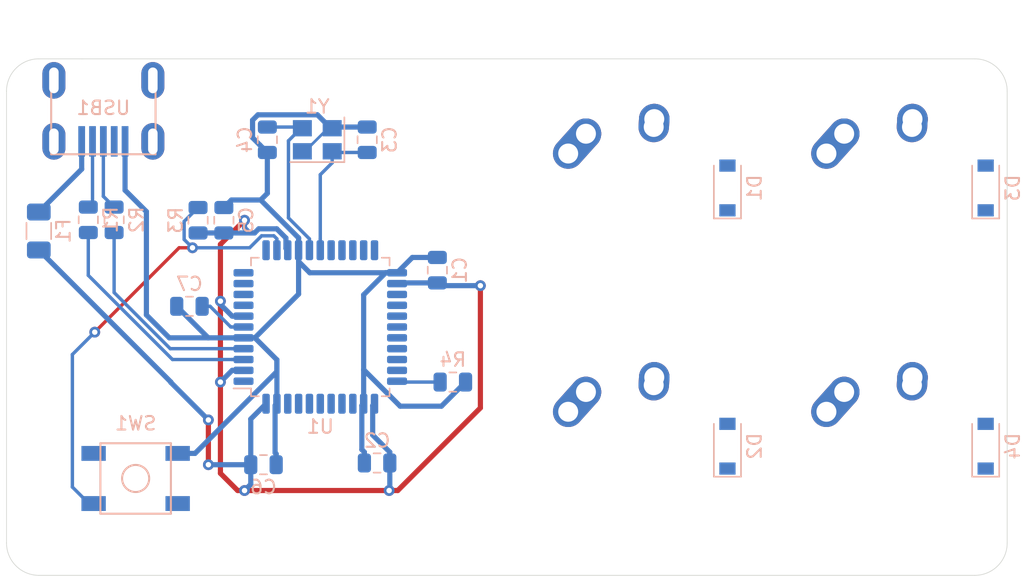
<source format=kicad_pcb>
(kicad_pcb (version 20171130) (host pcbnew "(5.1.4)-1")

  (general
    (thickness 1.6)
    (drawings 9)
    (tracks 159)
    (zones 0)
    (modules 24)
    (nets 49)
  )

  (page A4)
  (layers
    (0 F.Cu signal)
    (31 B.Cu signal)
    (32 B.Adhes user)
    (33 F.Adhes user)
    (34 B.Paste user)
    (35 F.Paste user)
    (36 B.SilkS user)
    (37 F.SilkS user)
    (38 B.Mask user)
    (39 F.Mask user)
    (40 Dwgs.User user)
    (41 Cmts.User user)
    (42 Eco1.User user)
    (43 Eco2.User user)
    (44 Edge.Cuts user)
    (45 Margin user)
    (46 B.CrtYd user)
    (47 F.CrtYd user)
    (48 B.Fab user)
    (49 F.Fab user)
  )

  (setup
    (last_trace_width 0.25)
    (trace_clearance 0.2)
    (zone_clearance 0.508)
    (zone_45_only no)
    (trace_min 0.2)
    (via_size 0.8)
    (via_drill 0.4)
    (via_min_size 0.4)
    (via_min_drill 0.3)
    (uvia_size 0.3)
    (uvia_drill 0.1)
    (uvias_allowed no)
    (uvia_min_size 0.2)
    (uvia_min_drill 0.1)
    (edge_width 0.05)
    (segment_width 0.2)
    (pcb_text_width 0.3)
    (pcb_text_size 1.5 1.5)
    (mod_edge_width 0.12)
    (mod_text_size 1 1)
    (mod_text_width 0.15)
    (pad_size 1.524 1.524)
    (pad_drill 0.762)
    (pad_to_mask_clearance 0.051)
    (solder_mask_min_width 0.25)
    (aux_axis_origin 0 0)
    (visible_elements FFFFFF7F)
    (pcbplotparams
      (layerselection 0x010fc_ffffffff)
      (usegerberextensions false)
      (usegerberattributes false)
      (usegerberadvancedattributes false)
      (creategerberjobfile false)
      (excludeedgelayer true)
      (linewidth 0.100000)
      (plotframeref false)
      (viasonmask false)
      (mode 1)
      (useauxorigin false)
      (hpglpennumber 1)
      (hpglpenspeed 20)
      (hpglpendiameter 15.000000)
      (psnegative false)
      (psa4output false)
      (plotreference true)
      (plotvalue true)
      (plotinvisibletext false)
      (padsonsilk false)
      (subtractmaskfromsilk false)
      (outputformat 1)
      (mirror false)
      (drillshape 1)
      (scaleselection 1)
      (outputdirectory ""))
  )

  (net 0 "")
  (net 1 GND)
  (net 2 +5V)
  (net 3 "Net-(C3-Pad1)")
  (net 4 "Net-(C4-Pad1)")
  (net 5 "Net-(C7-Pad1)")
  (net 6 "Net-(D1-Pad2)")
  (net 7 ROW0)
  (net 8 "Net-(D2-Pad2)")
  (net 9 ROW1)
  (net 10 "Net-(D3-Pad2)")
  (net 11 "Net-(D4-Pad2)")
  (net 12 VCC)
  (net 13 COL0)
  (net 14 COL1)
  (net 15 D-)
  (net 16 "Net-(R1-Pad1)")
  (net 17 D+)
  (net 18 "Net-(R2-Pad1)")
  (net 19 "Net-(R3-Pad1)")
  (net 20 "Net-(R4-Pad2)")
  (net 21 "Net-(U1-Pad42)")
  (net 22 "Net-(U1-Pad41)")
  (net 23 "Net-(U1-Pad40)")
  (net 24 "Net-(U1-Pad39)")
  (net 25 "Net-(U1-Pad38)")
  (net 26 "Net-(U1-Pad37)")
  (net 27 "Net-(U1-Pad36)")
  (net 28 "Net-(U1-Pad32)")
  (net 29 "Net-(U1-Pad31)")
  (net 30 "Net-(U1-Pad30)")
  (net 31 "Net-(U1-Pad29)")
  (net 32 "Net-(U1-Pad28)")
  (net 33 "Net-(U1-Pad27)")
  (net 34 "Net-(U1-Pad26)")
  (net 35 "Net-(U1-Pad25)")
  (net 36 "Net-(U1-Pad22)")
  (net 37 "Net-(U1-Pad21)")
  (net 38 "Net-(U1-Pad20)")
  (net 39 "Net-(U1-Pad19)")
  (net 40 "Net-(U1-Pad18)")
  (net 41 "Net-(U1-Pad12)")
  (net 42 "Net-(U1-Pad11)")
  (net 43 "Net-(U1-Pad10)")
  (net 44 "Net-(U1-Pad9)")
  (net 45 "Net-(U1-Pad8)")
  (net 46 "Net-(U1-Pad1)")
  (net 47 "Net-(USB1-Pad6)")
  (net 48 "Net-(USB1-Pad2)")

  (net_class Default "This is the default net class."
    (clearance 0.2)
    (trace_width 0.25)
    (via_dia 0.8)
    (via_drill 0.4)
    (uvia_dia 0.3)
    (uvia_drill 0.1)
    (add_net COL0)
    (add_net COL1)
    (add_net D+)
    (add_net D-)
    (add_net "Net-(C3-Pad1)")
    (add_net "Net-(C4-Pad1)")
    (add_net "Net-(C7-Pad1)")
    (add_net "Net-(D1-Pad2)")
    (add_net "Net-(D2-Pad2)")
    (add_net "Net-(D3-Pad2)")
    (add_net "Net-(D4-Pad2)")
    (add_net "Net-(R1-Pad1)")
    (add_net "Net-(R2-Pad1)")
    (add_net "Net-(R3-Pad1)")
    (add_net "Net-(R4-Pad2)")
    (add_net "Net-(U1-Pad1)")
    (add_net "Net-(U1-Pad10)")
    (add_net "Net-(U1-Pad11)")
    (add_net "Net-(U1-Pad12)")
    (add_net "Net-(U1-Pad18)")
    (add_net "Net-(U1-Pad19)")
    (add_net "Net-(U1-Pad20)")
    (add_net "Net-(U1-Pad21)")
    (add_net "Net-(U1-Pad22)")
    (add_net "Net-(U1-Pad25)")
    (add_net "Net-(U1-Pad26)")
    (add_net "Net-(U1-Pad27)")
    (add_net "Net-(U1-Pad28)")
    (add_net "Net-(U1-Pad29)")
    (add_net "Net-(U1-Pad30)")
    (add_net "Net-(U1-Pad31)")
    (add_net "Net-(U1-Pad32)")
    (add_net "Net-(U1-Pad36)")
    (add_net "Net-(U1-Pad37)")
    (add_net "Net-(U1-Pad38)")
    (add_net "Net-(U1-Pad39)")
    (add_net "Net-(U1-Pad40)")
    (add_net "Net-(U1-Pad41)")
    (add_net "Net-(U1-Pad42)")
    (add_net "Net-(U1-Pad8)")
    (add_net "Net-(U1-Pad9)")
    (add_net "Net-(USB1-Pad2)")
    (add_net "Net-(USB1-Pad6)")
    (add_net ROW0)
    (add_net ROW1)
  )

  (net_class Power ""
    (clearance 0.2)
    (trace_width 0.381)
    (via_dia 0.8)
    (via_drill 0.4)
    (uvia_dia 0.3)
    (uvia_drill 0.1)
    (add_net +5V)
    (add_net GND)
    (add_net VCC)
  )

  (module Crystal:Crystal_SMD_3225-4Pin_3.2x2.5mm (layer B.Cu) (tedit 5A0FD1B2) (tstamp 635121C3)
    (at 76.10475 98.83775 180)
    (descr "SMD Crystal SERIES SMD3225/4 http://www.txccrystal.com/images/pdf/7m-accuracy.pdf, 3.2x2.5mm^2 package")
    (tags "SMD SMT crystal")
    (path /63521431)
    (attr smd)
    (fp_text reference Y1 (at 0 2.45) (layer B.SilkS)
      (effects (font (size 1 1) (thickness 0.15)) (justify mirror))
    )
    (fp_text value 16MHz (at 0 -2.45) (layer B.Fab)
      (effects (font (size 1 1) (thickness 0.15)) (justify mirror))
    )
    (fp_text user %R (at 0 0) (layer B.Fab)
      (effects (font (size 0.7 0.7) (thickness 0.105)) (justify mirror))
    )
    (fp_line (start -1.6 1.25) (end -1.6 -1.25) (layer B.Fab) (width 0.1))
    (fp_line (start -1.6 -1.25) (end 1.6 -1.25) (layer B.Fab) (width 0.1))
    (fp_line (start 1.6 -1.25) (end 1.6 1.25) (layer B.Fab) (width 0.1))
    (fp_line (start 1.6 1.25) (end -1.6 1.25) (layer B.Fab) (width 0.1))
    (fp_line (start -1.6 -0.25) (end -0.6 -1.25) (layer B.Fab) (width 0.1))
    (fp_line (start -2 1.65) (end -2 -1.65) (layer B.SilkS) (width 0.12))
    (fp_line (start -2 -1.65) (end 2 -1.65) (layer B.SilkS) (width 0.12))
    (fp_line (start -2.1 1.7) (end -2.1 -1.7) (layer B.CrtYd) (width 0.05))
    (fp_line (start -2.1 -1.7) (end 2.1 -1.7) (layer B.CrtYd) (width 0.05))
    (fp_line (start 2.1 -1.7) (end 2.1 1.7) (layer B.CrtYd) (width 0.05))
    (fp_line (start 2.1 1.7) (end -2.1 1.7) (layer B.CrtYd) (width 0.05))
    (pad 1 smd rect (at -1.1 -0.85 180) (size 1.4 1.2) (layers B.Cu B.Paste B.Mask)
      (net 3 "Net-(C3-Pad1)"))
    (pad 2 smd rect (at 1.1 -0.85 180) (size 1.4 1.2) (layers B.Cu B.Paste B.Mask)
      (net 1 GND))
    (pad 3 smd rect (at 1.1 0.85 180) (size 1.4 1.2) (layers B.Cu B.Paste B.Mask)
      (net 4 "Net-(C4-Pad1)"))
    (pad 4 smd rect (at -1.1 0.85 180) (size 1.4 1.2) (layers B.Cu B.Paste B.Mask)
      (net 1 GND))
    (model ${KISYS3DMOD}/Crystal.3dshapes/Crystal_SMD_3225-4Pin_3.2x2.5mm.wrl
      (at (xyz 0 0 0))
      (scale (xyz 1 1 1))
      (rotate (xyz 0 0 0))
    )
  )

  (module random-keyboard-parts:Molex-0548190589 (layer B.Cu) (tedit 5C494815) (tstamp 6350FE19)
    (at 60.325 94.45625 270)
    (path /6353ACC0)
    (attr smd)
    (fp_text reference USB1 (at 2.032 0 180) (layer B.SilkS)
      (effects (font (size 1 1) (thickness 0.15)) (justify mirror))
    )
    (fp_text value Molex-0548190589 (at -5.08 0 180) (layer Dwgs.User)
      (effects (font (size 1 1) (thickness 0.15)))
    )
    (fp_line (start -3.75 3.85) (end -3.75 -3.85) (layer Dwgs.User) (width 0.15))
    (fp_line (start -1.75 4.572) (end -1.75 -4.572) (layer Dwgs.User) (width 0.15))
    (fp_line (start -3.75 -3.85) (end 0 -3.85) (layer Dwgs.User) (width 0.15))
    (fp_line (start -3.75 3.85) (end 0 3.85) (layer Dwgs.User) (width 0.15))
    (fp_line (start 5.45 3.85) (end 5.45 -3.85) (layer B.SilkS) (width 0.15))
    (fp_line (start 0 -3.85) (end 5.45 -3.85) (layer B.SilkS) (width 0.15))
    (fp_line (start 0 3.85) (end 5.45 3.85) (layer B.SilkS) (width 0.15))
    (fp_line (start -3.75 3.75) (end 5.5 3.75) (layer B.CrtYd) (width 0.15))
    (fp_line (start 5.5 3.75) (end 5.5 -3.75) (layer B.CrtYd) (width 0.15))
    (fp_line (start 5.5 -3.75) (end -3.75 -3.75) (layer B.CrtYd) (width 0.15))
    (fp_line (start -3.75 -3.75) (end -3.75 3.75) (layer B.CrtYd) (width 0.15))
    (fp_line (start 5.5 2) (end 3.25 2) (layer B.CrtYd) (width 0.15))
    (fp_line (start 3.25 2) (end 3.25 -2) (layer B.CrtYd) (width 0.15))
    (fp_line (start 3.25 -2) (end 5.5 -2) (layer B.CrtYd) (width 0.15))
    (fp_line (start 5.5 -1.25) (end 3.25 -1.25) (layer B.CrtYd) (width 0.15))
    (fp_line (start 3.25 -0.5) (end 5.5 -0.5) (layer B.CrtYd) (width 0.15))
    (fp_line (start 5.5 0.5) (end 3.25 0.5) (layer B.CrtYd) (width 0.15))
    (fp_line (start 3.25 1.25) (end 5.5 1.25) (layer B.CrtYd) (width 0.15))
    (fp_text user %R (at 2 0 180) (layer B.CrtYd)
      (effects (font (size 1 1) (thickness 0.15)) (justify mirror))
    )
    (pad 1 smd rect (at 4.5 -1.6 270) (size 2.25 0.5) (layers B.Cu B.Paste B.Mask)
      (net 1 GND))
    (pad 2 smd rect (at 4.5 -0.8 270) (size 2.25 0.5) (layers B.Cu B.Paste B.Mask)
      (net 48 "Net-(USB1-Pad2)"))
    (pad 3 smd rect (at 4.5 0 270) (size 2.25 0.5) (layers B.Cu B.Paste B.Mask)
      (net 17 D+))
    (pad 4 smd rect (at 4.5 0.8 270) (size 2.25 0.5) (layers B.Cu B.Paste B.Mask)
      (net 15 D-))
    (pad 5 smd rect (at 4.5 1.6 270) (size 2.25 0.5) (layers B.Cu B.Paste B.Mask)
      (net 12 VCC))
    (pad 6 thru_hole oval (at 4.5 3.65 270) (size 2.7 1.7) (drill oval 1.9 0.7) (layers *.Cu *.Mask)
      (net 47 "Net-(USB1-Pad6)"))
    (pad 6 thru_hole oval (at 4.5 -3.65 270) (size 2.7 1.7) (drill oval 1.9 0.7) (layers *.Cu *.Mask)
      (net 47 "Net-(USB1-Pad6)"))
    (pad 6 thru_hole oval (at 0 -3.65 270) (size 2.7 1.7) (drill oval 1.9 0.7) (layers *.Cu *.Mask)
      (net 47 "Net-(USB1-Pad6)"))
    (pad 6 thru_hole oval (at 0 3.65 270) (size 2.7 1.7) (drill oval 1.9 0.7) (layers *.Cu *.Mask)
      (net 47 "Net-(USB1-Pad6)"))
  )

  (module Package_QFP:LQFP-44_10x10mm_P0.8mm (layer B.Cu) (tedit 5C18330E) (tstamp 6350FDF9)
    (at 76.327 112.649)
    (descr "LQFP, 44 Pin (https://www.nxp.com/files-static/shared/doc/package_info/98ASS23225W.pdf?&fsrch=1), generated with kicad-footprint-generator ipc_gullwing_generator.py")
    (tags "LQFP QFP")
    (path /63509CC6)
    (attr smd)
    (fp_text reference U1 (at 0 7.35) (layer B.SilkS)
      (effects (font (size 1 1) (thickness 0.15)) (justify mirror))
    )
    (fp_text value ATmega32U4-AU (at 0 -7.35) (layer B.Fab)
      (effects (font (size 1 1) (thickness 0.15)) (justify mirror))
    )
    (fp_line (start 4.535 -5.11) (end 5.11 -5.11) (layer B.SilkS) (width 0.12))
    (fp_line (start 5.11 -5.11) (end 5.11 -4.535) (layer B.SilkS) (width 0.12))
    (fp_line (start -4.535 -5.11) (end -5.11 -5.11) (layer B.SilkS) (width 0.12))
    (fp_line (start -5.11 -5.11) (end -5.11 -4.535) (layer B.SilkS) (width 0.12))
    (fp_line (start 4.535 5.11) (end 5.11 5.11) (layer B.SilkS) (width 0.12))
    (fp_line (start 5.11 5.11) (end 5.11 4.535) (layer B.SilkS) (width 0.12))
    (fp_line (start -4.535 5.11) (end -5.11 5.11) (layer B.SilkS) (width 0.12))
    (fp_line (start -5.11 5.11) (end -5.11 4.535) (layer B.SilkS) (width 0.12))
    (fp_line (start -5.11 4.535) (end -6.4 4.535) (layer B.SilkS) (width 0.12))
    (fp_line (start -4 5) (end 5 5) (layer B.Fab) (width 0.1))
    (fp_line (start 5 5) (end 5 -5) (layer B.Fab) (width 0.1))
    (fp_line (start 5 -5) (end -5 -5) (layer B.Fab) (width 0.1))
    (fp_line (start -5 -5) (end -5 4) (layer B.Fab) (width 0.1))
    (fp_line (start -5 4) (end -4 5) (layer B.Fab) (width 0.1))
    (fp_line (start 0 6.65) (end -4.52 6.65) (layer B.CrtYd) (width 0.05))
    (fp_line (start -4.52 6.65) (end -4.52 5.25) (layer B.CrtYd) (width 0.05))
    (fp_line (start -4.52 5.25) (end -5.25 5.25) (layer B.CrtYd) (width 0.05))
    (fp_line (start -5.25 5.25) (end -5.25 4.52) (layer B.CrtYd) (width 0.05))
    (fp_line (start -5.25 4.52) (end -6.65 4.52) (layer B.CrtYd) (width 0.05))
    (fp_line (start -6.65 4.52) (end -6.65 0) (layer B.CrtYd) (width 0.05))
    (fp_line (start 0 6.65) (end 4.52 6.65) (layer B.CrtYd) (width 0.05))
    (fp_line (start 4.52 6.65) (end 4.52 5.25) (layer B.CrtYd) (width 0.05))
    (fp_line (start 4.52 5.25) (end 5.25 5.25) (layer B.CrtYd) (width 0.05))
    (fp_line (start 5.25 5.25) (end 5.25 4.52) (layer B.CrtYd) (width 0.05))
    (fp_line (start 5.25 4.52) (end 6.65 4.52) (layer B.CrtYd) (width 0.05))
    (fp_line (start 6.65 4.52) (end 6.65 0) (layer B.CrtYd) (width 0.05))
    (fp_line (start 0 -6.65) (end -4.52 -6.65) (layer B.CrtYd) (width 0.05))
    (fp_line (start -4.52 -6.65) (end -4.52 -5.25) (layer B.CrtYd) (width 0.05))
    (fp_line (start -4.52 -5.25) (end -5.25 -5.25) (layer B.CrtYd) (width 0.05))
    (fp_line (start -5.25 -5.25) (end -5.25 -4.52) (layer B.CrtYd) (width 0.05))
    (fp_line (start -5.25 -4.52) (end -6.65 -4.52) (layer B.CrtYd) (width 0.05))
    (fp_line (start -6.65 -4.52) (end -6.65 0) (layer B.CrtYd) (width 0.05))
    (fp_line (start 0 -6.65) (end 4.52 -6.65) (layer B.CrtYd) (width 0.05))
    (fp_line (start 4.52 -6.65) (end 4.52 -5.25) (layer B.CrtYd) (width 0.05))
    (fp_line (start 4.52 -5.25) (end 5.25 -5.25) (layer B.CrtYd) (width 0.05))
    (fp_line (start 5.25 -5.25) (end 5.25 -4.52) (layer B.CrtYd) (width 0.05))
    (fp_line (start 5.25 -4.52) (end 6.65 -4.52) (layer B.CrtYd) (width 0.05))
    (fp_line (start 6.65 -4.52) (end 6.65 0) (layer B.CrtYd) (width 0.05))
    (fp_text user %R (at 0 0) (layer B.Fab)
      (effects (font (size 1 1) (thickness 0.15)) (justify mirror))
    )
    (pad 1 smd roundrect (at -5.6625 4) (size 1.475 0.55) (layers B.Cu B.Paste B.Mask) (roundrect_rratio 0.25)
      (net 46 "Net-(U1-Pad1)"))
    (pad 2 smd roundrect (at -5.6625 3.2) (size 1.475 0.55) (layers B.Cu B.Paste B.Mask) (roundrect_rratio 0.25)
      (net 2 +5V))
    (pad 3 smd roundrect (at -5.6625 2.4) (size 1.475 0.55) (layers B.Cu B.Paste B.Mask) (roundrect_rratio 0.25)
      (net 16 "Net-(R1-Pad1)"))
    (pad 4 smd roundrect (at -5.6625 1.6) (size 1.475 0.55) (layers B.Cu B.Paste B.Mask) (roundrect_rratio 0.25)
      (net 18 "Net-(R2-Pad1)"))
    (pad 5 smd roundrect (at -5.6625 0.8) (size 1.475 0.55) (layers B.Cu B.Paste B.Mask) (roundrect_rratio 0.25)
      (net 1 GND))
    (pad 6 smd roundrect (at -5.6625 0) (size 1.475 0.55) (layers B.Cu B.Paste B.Mask) (roundrect_rratio 0.25)
      (net 5 "Net-(C7-Pad1)"))
    (pad 7 smd roundrect (at -5.6625 -0.8) (size 1.475 0.55) (layers B.Cu B.Paste B.Mask) (roundrect_rratio 0.25)
      (net 2 +5V))
    (pad 8 smd roundrect (at -5.6625 -1.6) (size 1.475 0.55) (layers B.Cu B.Paste B.Mask) (roundrect_rratio 0.25)
      (net 45 "Net-(U1-Pad8)"))
    (pad 9 smd roundrect (at -5.6625 -2.4) (size 1.475 0.55) (layers B.Cu B.Paste B.Mask) (roundrect_rratio 0.25)
      (net 44 "Net-(U1-Pad9)"))
    (pad 10 smd roundrect (at -5.6625 -3.2) (size 1.475 0.55) (layers B.Cu B.Paste B.Mask) (roundrect_rratio 0.25)
      (net 43 "Net-(U1-Pad10)"))
    (pad 11 smd roundrect (at -5.6625 -4) (size 1.475 0.55) (layers B.Cu B.Paste B.Mask) (roundrect_rratio 0.25)
      (net 42 "Net-(U1-Pad11)"))
    (pad 12 smd roundrect (at -4 -5.6625) (size 0.55 1.475) (layers B.Cu B.Paste B.Mask) (roundrect_rratio 0.25)
      (net 41 "Net-(U1-Pad12)"))
    (pad 13 smd roundrect (at -3.2 -5.6625) (size 0.55 1.475) (layers B.Cu B.Paste B.Mask) (roundrect_rratio 0.25)
      (net 19 "Net-(R3-Pad1)"))
    (pad 14 smd roundrect (at -2.4 -5.6625) (size 0.55 1.475) (layers B.Cu B.Paste B.Mask) (roundrect_rratio 0.25)
      (net 2 +5V))
    (pad 15 smd roundrect (at -1.6 -5.6625) (size 0.55 1.475) (layers B.Cu B.Paste B.Mask) (roundrect_rratio 0.25)
      (net 1 GND))
    (pad 16 smd roundrect (at -0.8 -5.6625) (size 0.55 1.475) (layers B.Cu B.Paste B.Mask) (roundrect_rratio 0.25)
      (net 4 "Net-(C4-Pad1)"))
    (pad 17 smd roundrect (at 0 -5.6625) (size 0.55 1.475) (layers B.Cu B.Paste B.Mask) (roundrect_rratio 0.25)
      (net 3 "Net-(C3-Pad1)"))
    (pad 18 smd roundrect (at 0.8 -5.6625) (size 0.55 1.475) (layers B.Cu B.Paste B.Mask) (roundrect_rratio 0.25)
      (net 40 "Net-(U1-Pad18)"))
    (pad 19 smd roundrect (at 1.6 -5.6625) (size 0.55 1.475) (layers B.Cu B.Paste B.Mask) (roundrect_rratio 0.25)
      (net 39 "Net-(U1-Pad19)"))
    (pad 20 smd roundrect (at 2.4 -5.6625) (size 0.55 1.475) (layers B.Cu B.Paste B.Mask) (roundrect_rratio 0.25)
      (net 38 "Net-(U1-Pad20)"))
    (pad 21 smd roundrect (at 3.2 -5.6625) (size 0.55 1.475) (layers B.Cu B.Paste B.Mask) (roundrect_rratio 0.25)
      (net 37 "Net-(U1-Pad21)"))
    (pad 22 smd roundrect (at 4 -5.6625) (size 0.55 1.475) (layers B.Cu B.Paste B.Mask) (roundrect_rratio 0.25)
      (net 36 "Net-(U1-Pad22)"))
    (pad 23 smd roundrect (at 5.6625 -4) (size 1.475 0.55) (layers B.Cu B.Paste B.Mask) (roundrect_rratio 0.25)
      (net 1 GND))
    (pad 24 smd roundrect (at 5.6625 -3.2) (size 1.475 0.55) (layers B.Cu B.Paste B.Mask) (roundrect_rratio 0.25)
      (net 2 +5V))
    (pad 25 smd roundrect (at 5.6625 -2.4) (size 1.475 0.55) (layers B.Cu B.Paste B.Mask) (roundrect_rratio 0.25)
      (net 35 "Net-(U1-Pad25)"))
    (pad 26 smd roundrect (at 5.6625 -1.6) (size 1.475 0.55) (layers B.Cu B.Paste B.Mask) (roundrect_rratio 0.25)
      (net 34 "Net-(U1-Pad26)"))
    (pad 27 smd roundrect (at 5.6625 -0.8) (size 1.475 0.55) (layers B.Cu B.Paste B.Mask) (roundrect_rratio 0.25)
      (net 33 "Net-(U1-Pad27)"))
    (pad 28 smd roundrect (at 5.6625 0) (size 1.475 0.55) (layers B.Cu B.Paste B.Mask) (roundrect_rratio 0.25)
      (net 32 "Net-(U1-Pad28)"))
    (pad 29 smd roundrect (at 5.6625 0.8) (size 1.475 0.55) (layers B.Cu B.Paste B.Mask) (roundrect_rratio 0.25)
      (net 31 "Net-(U1-Pad29)"))
    (pad 30 smd roundrect (at 5.6625 1.6) (size 1.475 0.55) (layers B.Cu B.Paste B.Mask) (roundrect_rratio 0.25)
      (net 30 "Net-(U1-Pad30)"))
    (pad 31 smd roundrect (at 5.6625 2.4) (size 1.475 0.55) (layers B.Cu B.Paste B.Mask) (roundrect_rratio 0.25)
      (net 29 "Net-(U1-Pad31)"))
    (pad 32 smd roundrect (at 5.6625 3.2) (size 1.475 0.55) (layers B.Cu B.Paste B.Mask) (roundrect_rratio 0.25)
      (net 28 "Net-(U1-Pad32)"))
    (pad 33 smd roundrect (at 5.6625 4) (size 1.475 0.55) (layers B.Cu B.Paste B.Mask) (roundrect_rratio 0.25)
      (net 20 "Net-(R4-Pad2)"))
    (pad 34 smd roundrect (at 4 5.6625) (size 0.55 1.475) (layers B.Cu B.Paste B.Mask) (roundrect_rratio 0.25)
      (net 2 +5V))
    (pad 35 smd roundrect (at 3.2 5.6625) (size 0.55 1.475) (layers B.Cu B.Paste B.Mask) (roundrect_rratio 0.25)
      (net 1 GND))
    (pad 36 smd roundrect (at 2.4 5.6625) (size 0.55 1.475) (layers B.Cu B.Paste B.Mask) (roundrect_rratio 0.25)
      (net 27 "Net-(U1-Pad36)"))
    (pad 37 smd roundrect (at 1.6 5.6625) (size 0.55 1.475) (layers B.Cu B.Paste B.Mask) (roundrect_rratio 0.25)
      (net 26 "Net-(U1-Pad37)"))
    (pad 38 smd roundrect (at 0.8 5.6625) (size 0.55 1.475) (layers B.Cu B.Paste B.Mask) (roundrect_rratio 0.25)
      (net 25 "Net-(U1-Pad38)"))
    (pad 39 smd roundrect (at 0 5.6625) (size 0.55 1.475) (layers B.Cu B.Paste B.Mask) (roundrect_rratio 0.25)
      (net 24 "Net-(U1-Pad39)"))
    (pad 40 smd roundrect (at -0.8 5.6625) (size 0.55 1.475) (layers B.Cu B.Paste B.Mask) (roundrect_rratio 0.25)
      (net 23 "Net-(U1-Pad40)"))
    (pad 41 smd roundrect (at -1.6 5.6625) (size 0.55 1.475) (layers B.Cu B.Paste B.Mask) (roundrect_rratio 0.25)
      (net 22 "Net-(U1-Pad41)"))
    (pad 42 smd roundrect (at -2.4 5.6625) (size 0.55 1.475) (layers B.Cu B.Paste B.Mask) (roundrect_rratio 0.25)
      (net 21 "Net-(U1-Pad42)"))
    (pad 43 smd roundrect (at -3.2 5.6625) (size 0.55 1.475) (layers B.Cu B.Paste B.Mask) (roundrect_rratio 0.25)
      (net 1 GND))
    (pad 44 smd roundrect (at -4 5.6625) (size 0.55 1.475) (layers B.Cu B.Paste B.Mask) (roundrect_rratio 0.25)
      (net 2 +5V))
    (model ${KISYS3DMOD}/Package_QFP.3dshapes/LQFP-44_10x10mm_P0.8mm.wrl
      (at (xyz 0 0 0))
      (scale (xyz 1 1 1))
      (rotate (xyz 0 0 0))
    )
  )

  (module random-keyboard-parts:SKQG-1155865 (layer B.Cu) (tedit 5E62B398) (tstamp 6350FDA2)
    (at 62.70625 123.825)
    (path /6352E5EB)
    (attr smd)
    (fp_text reference SW1 (at 0 -4.064) (layer B.SilkS)
      (effects (font (size 1 1) (thickness 0.15)) (justify mirror))
    )
    (fp_text value SW_Push (at 0 4.064) (layer B.Fab)
      (effects (font (size 1 1) (thickness 0.15)) (justify mirror))
    )
    (fp_line (start -2.6 -1.1) (end -1.1 -2.6) (layer B.Fab) (width 0.15))
    (fp_line (start 2.6 -1.1) (end 1.1 -2.6) (layer B.Fab) (width 0.15))
    (fp_line (start 2.6 1.1) (end 1.1 2.6) (layer B.Fab) (width 0.15))
    (fp_line (start -2.6 1.1) (end -1.1 2.6) (layer B.Fab) (width 0.15))
    (fp_circle (center 0 0) (end 1 0) (layer B.Fab) (width 0.15))
    (fp_line (start -4.2 1.1) (end -4.2 2.6) (layer B.Fab) (width 0.15))
    (fp_line (start -2.6 1.1) (end -4.2 1.1) (layer B.Fab) (width 0.15))
    (fp_line (start -2.6 -1.1) (end -2.6 1.1) (layer B.Fab) (width 0.15))
    (fp_line (start -4.2 -1.1) (end -2.6 -1.1) (layer B.Fab) (width 0.15))
    (fp_line (start -4.2 -2.6) (end -4.2 -1.1) (layer B.Fab) (width 0.15))
    (fp_line (start 4.2 -2.6) (end -4.2 -2.6) (layer B.Fab) (width 0.15))
    (fp_line (start 4.2 -1.1) (end 4.2 -2.6) (layer B.Fab) (width 0.15))
    (fp_line (start 2.6 -1.1) (end 4.2 -1.1) (layer B.Fab) (width 0.15))
    (fp_line (start 2.6 1.1) (end 2.6 -1.1) (layer B.Fab) (width 0.15))
    (fp_line (start 4.2 1.1) (end 2.6 1.1) (layer B.Fab) (width 0.15))
    (fp_line (start 4.2 2.6) (end 4.2 1.2) (layer B.Fab) (width 0.15))
    (fp_line (start -4.2 2.6) (end 4.2 2.6) (layer B.Fab) (width 0.15))
    (fp_circle (center 0 0) (end 1 0) (layer B.SilkS) (width 0.15))
    (fp_line (start -2.6 -2.6) (end -2.6 2.6) (layer B.SilkS) (width 0.15))
    (fp_line (start 2.6 -2.6) (end -2.6 -2.6) (layer B.SilkS) (width 0.15))
    (fp_line (start 2.6 2.6) (end 2.6 -2.6) (layer B.SilkS) (width 0.15))
    (fp_line (start -2.6 2.6) (end 2.6 2.6) (layer B.SilkS) (width 0.15))
    (pad 1 smd rect (at 3.1 -1.85) (size 1.8 1.1) (layers B.Cu B.Paste B.Mask)
      (net 1 GND))
    (pad 2 smd rect (at -3.1 1.85) (size 1.8 1.1) (layers B.Cu B.Paste B.Mask)
      (net 19 "Net-(R3-Pad1)"))
    (pad 3 smd rect (at 3.1 1.85) (size 1.8 1.1) (layers B.Cu B.Paste B.Mask))
    (pad 4 smd rect (at -3.1 -1.85) (size 1.8 1.1) (layers B.Cu B.Paste B.Mask))
    (model ${KISYS3DMOD}/Button_Switch_SMD.3dshapes/SW_SPST_TL3342.step
      (at (xyz 0 0 0))
      (scale (xyz 1 1 1))
      (rotate (xyz 0 0 0))
    )
  )

  (module Resistor_SMD:R_0805_2012Metric (layer B.Cu) (tedit 5B36C52B) (tstamp 63515244)
    (at 86.106 116.713 180)
    (descr "Resistor SMD 0805 (2012 Metric), square (rectangular) end terminal, IPC_7351 nominal, (Body size source: https://docs.google.com/spreadsheets/d/1BsfQQcO9C6DZCsRaXUlFlo91Tg2WpOkGARC1WS5S8t0/edit?usp=sharing), generated with kicad-footprint-generator")
    (tags resistor)
    (path /635119BA)
    (attr smd)
    (fp_text reference R4 (at 0 1.65) (layer B.SilkS)
      (effects (font (size 1 1) (thickness 0.15)) (justify mirror))
    )
    (fp_text value 10k (at 0 -1.65) (layer B.Fab)
      (effects (font (size 1 1) (thickness 0.15)) (justify mirror))
    )
    (fp_line (start -1 -0.6) (end -1 0.6) (layer B.Fab) (width 0.1))
    (fp_line (start -1 0.6) (end 1 0.6) (layer B.Fab) (width 0.1))
    (fp_line (start 1 0.6) (end 1 -0.6) (layer B.Fab) (width 0.1))
    (fp_line (start 1 -0.6) (end -1 -0.6) (layer B.Fab) (width 0.1))
    (fp_line (start -0.258578 0.71) (end 0.258578 0.71) (layer B.SilkS) (width 0.12))
    (fp_line (start -0.258578 -0.71) (end 0.258578 -0.71) (layer B.SilkS) (width 0.12))
    (fp_line (start -1.68 -0.95) (end -1.68 0.95) (layer B.CrtYd) (width 0.05))
    (fp_line (start -1.68 0.95) (end 1.68 0.95) (layer B.CrtYd) (width 0.05))
    (fp_line (start 1.68 0.95) (end 1.68 -0.95) (layer B.CrtYd) (width 0.05))
    (fp_line (start 1.68 -0.95) (end -1.68 -0.95) (layer B.CrtYd) (width 0.05))
    (fp_text user %R (at 0 0) (layer B.Fab)
      (effects (font (size 0.5 0.5) (thickness 0.08)) (justify mirror))
    )
    (pad 1 smd roundrect (at -0.9375 0 180) (size 0.975 1.4) (layers B.Cu B.Paste B.Mask) (roundrect_rratio 0.25)
      (net 1 GND))
    (pad 2 smd roundrect (at 0.9375 0 180) (size 0.975 1.4) (layers B.Cu B.Paste B.Mask) (roundrect_rratio 0.25)
      (net 20 "Net-(R4-Pad2)"))
    (model ${KISYS3DMOD}/Resistor_SMD.3dshapes/R_0805_2012Metric.wrl
      (at (xyz 0 0 0))
      (scale (xyz 1 1 1))
      (rotate (xyz 0 0 0))
    )
  )

  (module Resistor_SMD:R_0805_2012Metric (layer B.Cu) (tedit 5B36C52B) (tstamp 6350FD73)
    (at 67.31 104.775 270)
    (descr "Resistor SMD 0805 (2012 Metric), square (rectangular) end terminal, IPC_7351 nominal, (Body size source: https://docs.google.com/spreadsheets/d/1BsfQQcO9C6DZCsRaXUlFlo91Tg2WpOkGARC1WS5S8t0/edit?usp=sharing), generated with kicad-footprint-generator")
    (tags resistor)
    (path /63530FDB)
    (attr smd)
    (fp_text reference R3 (at 0 1.65 90) (layer B.SilkS)
      (effects (font (size 1 1) (thickness 0.15)) (justify mirror))
    )
    (fp_text value 10k (at 0 -1.65 90) (layer B.Fab)
      (effects (font (size 1 1) (thickness 0.15)) (justify mirror))
    )
    (fp_line (start -1 -0.6) (end -1 0.6) (layer B.Fab) (width 0.1))
    (fp_line (start -1 0.6) (end 1 0.6) (layer B.Fab) (width 0.1))
    (fp_line (start 1 0.6) (end 1 -0.6) (layer B.Fab) (width 0.1))
    (fp_line (start 1 -0.6) (end -1 -0.6) (layer B.Fab) (width 0.1))
    (fp_line (start -0.258578 0.71) (end 0.258578 0.71) (layer B.SilkS) (width 0.12))
    (fp_line (start -0.258578 -0.71) (end 0.258578 -0.71) (layer B.SilkS) (width 0.12))
    (fp_line (start -1.68 -0.95) (end -1.68 0.95) (layer B.CrtYd) (width 0.05))
    (fp_line (start -1.68 0.95) (end 1.68 0.95) (layer B.CrtYd) (width 0.05))
    (fp_line (start 1.68 0.95) (end 1.68 -0.95) (layer B.CrtYd) (width 0.05))
    (fp_line (start 1.68 -0.95) (end -1.68 -0.95) (layer B.CrtYd) (width 0.05))
    (fp_text user %R (at 0 0 90) (layer B.Fab)
      (effects (font (size 0.5 0.5) (thickness 0.08)) (justify mirror))
    )
    (pad 1 smd roundrect (at -0.9375 0 270) (size 0.975 1.4) (layers B.Cu B.Paste B.Mask) (roundrect_rratio 0.25)
      (net 19 "Net-(R3-Pad1)"))
    (pad 2 smd roundrect (at 0.9375 0 270) (size 0.975 1.4) (layers B.Cu B.Paste B.Mask) (roundrect_rratio 0.25)
      (net 2 +5V))
    (model ${KISYS3DMOD}/Resistor_SMD.3dshapes/R_0805_2012Metric.wrl
      (at (xyz 0 0 0))
      (scale (xyz 1 1 1))
      (rotate (xyz 0 0 0))
    )
  )

  (module Resistor_SMD:R_0805_2012Metric (layer B.Cu) (tedit 5B36C52B) (tstamp 6350FD62)
    (at 61.11875 104.74325 90)
    (descr "Resistor SMD 0805 (2012 Metric), square (rectangular) end terminal, IPC_7351 nominal, (Body size source: https://docs.google.com/spreadsheets/d/1BsfQQcO9C6DZCsRaXUlFlo91Tg2WpOkGARC1WS5S8t0/edit?usp=sharing), generated with kicad-footprint-generator")
    (tags resistor)
    (path /6351726E)
    (attr smd)
    (fp_text reference R2 (at 0 1.65 90) (layer B.SilkS)
      (effects (font (size 1 1) (thickness 0.15)) (justify mirror))
    )
    (fp_text value 22 (at 0 -1.65 90) (layer B.Fab)
      (effects (font (size 1 1) (thickness 0.15)) (justify mirror))
    )
    (fp_line (start -1 -0.6) (end -1 0.6) (layer B.Fab) (width 0.1))
    (fp_line (start -1 0.6) (end 1 0.6) (layer B.Fab) (width 0.1))
    (fp_line (start 1 0.6) (end 1 -0.6) (layer B.Fab) (width 0.1))
    (fp_line (start 1 -0.6) (end -1 -0.6) (layer B.Fab) (width 0.1))
    (fp_line (start -0.258578 0.71) (end 0.258578 0.71) (layer B.SilkS) (width 0.12))
    (fp_line (start -0.258578 -0.71) (end 0.258578 -0.71) (layer B.SilkS) (width 0.12))
    (fp_line (start -1.68 -0.95) (end -1.68 0.95) (layer B.CrtYd) (width 0.05))
    (fp_line (start -1.68 0.95) (end 1.68 0.95) (layer B.CrtYd) (width 0.05))
    (fp_line (start 1.68 0.95) (end 1.68 -0.95) (layer B.CrtYd) (width 0.05))
    (fp_line (start 1.68 -0.95) (end -1.68 -0.95) (layer B.CrtYd) (width 0.05))
    (fp_text user %R (at 0 0 90) (layer B.Fab)
      (effects (font (size 0.5 0.5) (thickness 0.08)) (justify mirror))
    )
    (pad 1 smd roundrect (at -0.9375 0 90) (size 0.975 1.4) (layers B.Cu B.Paste B.Mask) (roundrect_rratio 0.25)
      (net 18 "Net-(R2-Pad1)"))
    (pad 2 smd roundrect (at 0.9375 0 90) (size 0.975 1.4) (layers B.Cu B.Paste B.Mask) (roundrect_rratio 0.25)
      (net 17 D+))
    (model ${KISYS3DMOD}/Resistor_SMD.3dshapes/R_0805_2012Metric.wrl
      (at (xyz 0 0 0))
      (scale (xyz 1 1 1))
      (rotate (xyz 0 0 0))
    )
  )

  (module Resistor_SMD:R_0805_2012Metric (layer B.Cu) (tedit 5B36C52B) (tstamp 6350FD51)
    (at 59.21375 104.74325 90)
    (descr "Resistor SMD 0805 (2012 Metric), square (rectangular) end terminal, IPC_7351 nominal, (Body size source: https://docs.google.com/spreadsheets/d/1BsfQQcO9C6DZCsRaXUlFlo91Tg2WpOkGARC1WS5S8t0/edit?usp=sharing), generated with kicad-footprint-generator")
    (tags resistor)
    (path /63517F45)
    (attr smd)
    (fp_text reference R1 (at 0 1.65 90) (layer B.SilkS)
      (effects (font (size 1 1) (thickness 0.15)) (justify mirror))
    )
    (fp_text value 22 (at 0 -1.65 90) (layer B.Fab)
      (effects (font (size 1 1) (thickness 0.15)) (justify mirror))
    )
    (fp_line (start -1 -0.6) (end -1 0.6) (layer B.Fab) (width 0.1))
    (fp_line (start -1 0.6) (end 1 0.6) (layer B.Fab) (width 0.1))
    (fp_line (start 1 0.6) (end 1 -0.6) (layer B.Fab) (width 0.1))
    (fp_line (start 1 -0.6) (end -1 -0.6) (layer B.Fab) (width 0.1))
    (fp_line (start -0.258578 0.71) (end 0.258578 0.71) (layer B.SilkS) (width 0.12))
    (fp_line (start -0.258578 -0.71) (end 0.258578 -0.71) (layer B.SilkS) (width 0.12))
    (fp_line (start -1.68 -0.95) (end -1.68 0.95) (layer B.CrtYd) (width 0.05))
    (fp_line (start -1.68 0.95) (end 1.68 0.95) (layer B.CrtYd) (width 0.05))
    (fp_line (start 1.68 0.95) (end 1.68 -0.95) (layer B.CrtYd) (width 0.05))
    (fp_line (start 1.68 -0.95) (end -1.68 -0.95) (layer B.CrtYd) (width 0.05))
    (fp_text user %R (at 0 0 90) (layer B.Fab)
      (effects (font (size 0.5 0.5) (thickness 0.08)) (justify mirror))
    )
    (pad 1 smd roundrect (at -0.9375 0 90) (size 0.975 1.4) (layers B.Cu B.Paste B.Mask) (roundrect_rratio 0.25)
      (net 16 "Net-(R1-Pad1)"))
    (pad 2 smd roundrect (at 0.9375 0 90) (size 0.975 1.4) (layers B.Cu B.Paste B.Mask) (roundrect_rratio 0.25)
      (net 15 D-))
    (model ${KISYS3DMOD}/Resistor_SMD.3dshapes/R_0805_2012Metric.wrl
      (at (xyz 0 0 0))
      (scale (xyz 1 1 1))
      (rotate (xyz 0 0 0))
    )
  )

  (module MX_Alps_Hybrid:MX-1U-NoLED (layer F.Cu) (tedit 5A9F5203) (tstamp 6350FD40)
    (at 117.475 121.44375)
    (path /63553990)
    (fp_text reference MX4 (at 0 3.175) (layer Dwgs.User)
      (effects (font (size 1 1) (thickness 0.15)))
    )
    (fp_text value MX-NoLED (at 0 -7.9375) (layer Dwgs.User)
      (effects (font (size 1 1) (thickness 0.15)))
    )
    (fp_line (start 5 -7) (end 7 -7) (layer Dwgs.User) (width 0.15))
    (fp_line (start 7 -7) (end 7 -5) (layer Dwgs.User) (width 0.15))
    (fp_line (start 5 7) (end 7 7) (layer Dwgs.User) (width 0.15))
    (fp_line (start 7 7) (end 7 5) (layer Dwgs.User) (width 0.15))
    (fp_line (start -7 5) (end -7 7) (layer Dwgs.User) (width 0.15))
    (fp_line (start -7 7) (end -5 7) (layer Dwgs.User) (width 0.15))
    (fp_line (start -5 -7) (end -7 -7) (layer Dwgs.User) (width 0.15))
    (fp_line (start -7 -7) (end -7 -5) (layer Dwgs.User) (width 0.15))
    (fp_line (start -9.525 -9.525) (end 9.525 -9.525) (layer Dwgs.User) (width 0.15))
    (fp_line (start 9.525 -9.525) (end 9.525 9.525) (layer Dwgs.User) (width 0.15))
    (fp_line (start 9.525 9.525) (end -9.525 9.525) (layer Dwgs.User) (width 0.15))
    (fp_line (start -9.525 9.525) (end -9.525 -9.525) (layer Dwgs.User) (width 0.15))
    (pad 2 thru_hole oval (at 2.5 -4.5 86.0548) (size 2.831378 2.25) (drill 1.47 (offset 0.290689 0)) (layers *.Cu B.Mask)
      (net 11 "Net-(D4-Pad2)"))
    (pad 2 thru_hole circle (at 2.54 -5.08) (size 2.25 2.25) (drill 1.47) (layers *.Cu B.Mask)
      (net 11 "Net-(D4-Pad2)"))
    (pad 1 thru_hole oval (at -3.81 -2.54 48.0996) (size 4.211556 2.25) (drill 1.47 (offset 0.980778 0)) (layers *.Cu B.Mask)
      (net 14 COL1))
    (pad "" np_thru_hole circle (at 0 0) (size 3.9878 3.9878) (drill 3.9878) (layers *.Cu *.Mask))
    (pad 1 thru_hole circle (at -2.5 -4) (size 2.25 2.25) (drill 1.47) (layers *.Cu B.Mask)
      (net 14 COL1))
    (pad "" np_thru_hole circle (at -5.08 0 48.0996) (size 1.75 1.75) (drill 1.75) (layers *.Cu *.Mask))
    (pad "" np_thru_hole circle (at 5.08 0 48.0996) (size 1.75 1.75) (drill 1.75) (layers *.Cu *.Mask))
  )

  (module MX_Alps_Hybrid:MX-1U-NoLED (layer F.Cu) (tedit 5A9F5203) (tstamp 6350FD29)
    (at 117.475 102.39375)
    (path /6354CD85)
    (fp_text reference MX3 (at 0 3.175) (layer Dwgs.User)
      (effects (font (size 1 1) (thickness 0.15)))
    )
    (fp_text value MX-NoLED (at 0 -7.9375) (layer Dwgs.User)
      (effects (font (size 1 1) (thickness 0.15)))
    )
    (fp_line (start 5 -7) (end 7 -7) (layer Dwgs.User) (width 0.15))
    (fp_line (start 7 -7) (end 7 -5) (layer Dwgs.User) (width 0.15))
    (fp_line (start 5 7) (end 7 7) (layer Dwgs.User) (width 0.15))
    (fp_line (start 7 7) (end 7 5) (layer Dwgs.User) (width 0.15))
    (fp_line (start -7 5) (end -7 7) (layer Dwgs.User) (width 0.15))
    (fp_line (start -7 7) (end -5 7) (layer Dwgs.User) (width 0.15))
    (fp_line (start -5 -7) (end -7 -7) (layer Dwgs.User) (width 0.15))
    (fp_line (start -7 -7) (end -7 -5) (layer Dwgs.User) (width 0.15))
    (fp_line (start -9.525 -9.525) (end 9.525 -9.525) (layer Dwgs.User) (width 0.15))
    (fp_line (start 9.525 -9.525) (end 9.525 9.525) (layer Dwgs.User) (width 0.15))
    (fp_line (start 9.525 9.525) (end -9.525 9.525) (layer Dwgs.User) (width 0.15))
    (fp_line (start -9.525 9.525) (end -9.525 -9.525) (layer Dwgs.User) (width 0.15))
    (pad 2 thru_hole oval (at 2.5 -4.5 86.0548) (size 2.831378 2.25) (drill 1.47 (offset 0.290689 0)) (layers *.Cu B.Mask)
      (net 10 "Net-(D3-Pad2)"))
    (pad 2 thru_hole circle (at 2.54 -5.08) (size 2.25 2.25) (drill 1.47) (layers *.Cu B.Mask)
      (net 10 "Net-(D3-Pad2)"))
    (pad 1 thru_hole oval (at -3.81 -2.54 48.0996) (size 4.211556 2.25) (drill 1.47 (offset 0.980778 0)) (layers *.Cu B.Mask)
      (net 14 COL1))
    (pad "" np_thru_hole circle (at 0 0) (size 3.9878 3.9878) (drill 3.9878) (layers *.Cu *.Mask))
    (pad 1 thru_hole circle (at -2.5 -4) (size 2.25 2.25) (drill 1.47) (layers *.Cu B.Mask)
      (net 14 COL1))
    (pad "" np_thru_hole circle (at -5.08 0 48.0996) (size 1.75 1.75) (drill 1.75) (layers *.Cu *.Mask))
    (pad "" np_thru_hole circle (at 5.08 0 48.0996) (size 1.75 1.75) (drill 1.75) (layers *.Cu *.Mask))
  )

  (module MX_Alps_Hybrid:MX-1U-NoLED (layer F.Cu) (tedit 5A9F5203) (tstamp 6350FD12)
    (at 98.425 121.44375)
    (path /6354FABD)
    (fp_text reference MX2 (at 0 3.175) (layer Dwgs.User)
      (effects (font (size 1 1) (thickness 0.15)))
    )
    (fp_text value MX-NoLED (at 0 -7.9375) (layer Dwgs.User)
      (effects (font (size 1 1) (thickness 0.15)))
    )
    (fp_line (start 5 -7) (end 7 -7) (layer Dwgs.User) (width 0.15))
    (fp_line (start 7 -7) (end 7 -5) (layer Dwgs.User) (width 0.15))
    (fp_line (start 5 7) (end 7 7) (layer Dwgs.User) (width 0.15))
    (fp_line (start 7 7) (end 7 5) (layer Dwgs.User) (width 0.15))
    (fp_line (start -7 5) (end -7 7) (layer Dwgs.User) (width 0.15))
    (fp_line (start -7 7) (end -5 7) (layer Dwgs.User) (width 0.15))
    (fp_line (start -5 -7) (end -7 -7) (layer Dwgs.User) (width 0.15))
    (fp_line (start -7 -7) (end -7 -5) (layer Dwgs.User) (width 0.15))
    (fp_line (start -9.525 -9.525) (end 9.525 -9.525) (layer Dwgs.User) (width 0.15))
    (fp_line (start 9.525 -9.525) (end 9.525 9.525) (layer Dwgs.User) (width 0.15))
    (fp_line (start 9.525 9.525) (end -9.525 9.525) (layer Dwgs.User) (width 0.15))
    (fp_line (start -9.525 9.525) (end -9.525 -9.525) (layer Dwgs.User) (width 0.15))
    (pad 2 thru_hole oval (at 2.5 -4.5 86.0548) (size 2.831378 2.25) (drill 1.47 (offset 0.290689 0)) (layers *.Cu B.Mask)
      (net 8 "Net-(D2-Pad2)"))
    (pad 2 thru_hole circle (at 2.54 -5.08) (size 2.25 2.25) (drill 1.47) (layers *.Cu B.Mask)
      (net 8 "Net-(D2-Pad2)"))
    (pad 1 thru_hole oval (at -3.81 -2.54 48.0996) (size 4.211556 2.25) (drill 1.47 (offset 0.980778 0)) (layers *.Cu B.Mask)
      (net 13 COL0))
    (pad "" np_thru_hole circle (at 0 0) (size 3.9878 3.9878) (drill 3.9878) (layers *.Cu *.Mask))
    (pad 1 thru_hole circle (at -2.5 -4) (size 2.25 2.25) (drill 1.47) (layers *.Cu B.Mask)
      (net 13 COL0))
    (pad "" np_thru_hole circle (at -5.08 0 48.0996) (size 1.75 1.75) (drill 1.75) (layers *.Cu *.Mask))
    (pad "" np_thru_hole circle (at 5.08 0 48.0996) (size 1.75 1.75) (drill 1.75) (layers *.Cu *.Mask))
  )

  (module MX_Alps_Hybrid:MX-1U-NoLED (layer F.Cu) (tedit 5A9F5203) (tstamp 6350FCFB)
    (at 98.425 102.39375)
    (path /63545B9D)
    (fp_text reference MX1 (at 0 3.175) (layer Dwgs.User)
      (effects (font (size 1 1) (thickness 0.15)))
    )
    (fp_text value MX-NoLED (at 0 -7.9375) (layer Dwgs.User)
      (effects (font (size 1 1) (thickness 0.15)))
    )
    (fp_line (start 5 -7) (end 7 -7) (layer Dwgs.User) (width 0.15))
    (fp_line (start 7 -7) (end 7 -5) (layer Dwgs.User) (width 0.15))
    (fp_line (start 5 7) (end 7 7) (layer Dwgs.User) (width 0.15))
    (fp_line (start 7 7) (end 7 5) (layer Dwgs.User) (width 0.15))
    (fp_line (start -7 5) (end -7 7) (layer Dwgs.User) (width 0.15))
    (fp_line (start -7 7) (end -5 7) (layer Dwgs.User) (width 0.15))
    (fp_line (start -5 -7) (end -7 -7) (layer Dwgs.User) (width 0.15))
    (fp_line (start -7 -7) (end -7 -5) (layer Dwgs.User) (width 0.15))
    (fp_line (start -9.525 -9.525) (end 9.525 -9.525) (layer Dwgs.User) (width 0.15))
    (fp_line (start 9.525 -9.525) (end 9.525 9.525) (layer Dwgs.User) (width 0.15))
    (fp_line (start 9.525 9.525) (end -9.525 9.525) (layer Dwgs.User) (width 0.15))
    (fp_line (start -9.525 9.525) (end -9.525 -9.525) (layer Dwgs.User) (width 0.15))
    (pad 2 thru_hole oval (at 2.5 -4.5 86.0548) (size 2.831378 2.25) (drill 1.47 (offset 0.290689 0)) (layers *.Cu B.Mask)
      (net 6 "Net-(D1-Pad2)"))
    (pad 2 thru_hole circle (at 2.54 -5.08) (size 2.25 2.25) (drill 1.47) (layers *.Cu B.Mask)
      (net 6 "Net-(D1-Pad2)"))
    (pad 1 thru_hole oval (at -3.81 -2.54 48.0996) (size 4.211556 2.25) (drill 1.47 (offset 0.980778 0)) (layers *.Cu B.Mask)
      (net 13 COL0))
    (pad "" np_thru_hole circle (at 0 0) (size 3.9878 3.9878) (drill 3.9878) (layers *.Cu *.Mask))
    (pad 1 thru_hole circle (at -2.5 -4) (size 2.25 2.25) (drill 1.47) (layers *.Cu B.Mask)
      (net 13 COL0))
    (pad "" np_thru_hole circle (at -5.08 0 48.0996) (size 1.75 1.75) (drill 1.75) (layers *.Cu *.Mask))
    (pad "" np_thru_hole circle (at 5.08 0 48.0996) (size 1.75 1.75) (drill 1.75) (layers *.Cu *.Mask))
  )

  (module Fuse:Fuse_1206_3216Metric (layer B.Cu) (tedit 5B301BBE) (tstamp 6350FCE4)
    (at 55.5625 105.56875 90)
    (descr "Fuse SMD 1206 (3216 Metric), square (rectangular) end terminal, IPC_7351 nominal, (Body size source: http://www.tortai-tech.com/upload/download/2011102023233369053.pdf), generated with kicad-footprint-generator")
    (tags resistor)
    (path /6353B547)
    (attr smd)
    (fp_text reference F1 (at 0 1.82 90) (layer B.SilkS)
      (effects (font (size 1 1) (thickness 0.15)) (justify mirror))
    )
    (fp_text value 500mA (at 0 -1.82 90) (layer B.Fab)
      (effects (font (size 1 1) (thickness 0.15)) (justify mirror))
    )
    (fp_line (start -1.6 -0.8) (end -1.6 0.8) (layer B.Fab) (width 0.1))
    (fp_line (start -1.6 0.8) (end 1.6 0.8) (layer B.Fab) (width 0.1))
    (fp_line (start 1.6 0.8) (end 1.6 -0.8) (layer B.Fab) (width 0.1))
    (fp_line (start 1.6 -0.8) (end -1.6 -0.8) (layer B.Fab) (width 0.1))
    (fp_line (start -0.602064 0.91) (end 0.602064 0.91) (layer B.SilkS) (width 0.12))
    (fp_line (start -0.602064 -0.91) (end 0.602064 -0.91) (layer B.SilkS) (width 0.12))
    (fp_line (start -2.28 -1.12) (end -2.28 1.12) (layer B.CrtYd) (width 0.05))
    (fp_line (start -2.28 1.12) (end 2.28 1.12) (layer B.CrtYd) (width 0.05))
    (fp_line (start 2.28 1.12) (end 2.28 -1.12) (layer B.CrtYd) (width 0.05))
    (fp_line (start 2.28 -1.12) (end -2.28 -1.12) (layer B.CrtYd) (width 0.05))
    (fp_text user %R (at 0.1905 0 90) (layer B.Fab)
      (effects (font (size 0.8 0.8) (thickness 0.12)) (justify mirror))
    )
    (pad 1 smd roundrect (at -1.4 0 90) (size 1.25 1.75) (layers B.Cu B.Paste B.Mask) (roundrect_rratio 0.2)
      (net 2 +5V))
    (pad 2 smd roundrect (at 1.4 0 90) (size 1.25 1.75) (layers B.Cu B.Paste B.Mask) (roundrect_rratio 0.2)
      (net 12 VCC))
    (model ${KISYS3DMOD}/Fuse.3dshapes/Fuse_1206_3216Metric.wrl
      (at (xyz 0 0 0))
      (scale (xyz 1 1 1))
      (rotate (xyz 0 0 0))
    )
  )

  (module Diode_SMD:D_SOD-123 (layer B.Cu) (tedit 58645DC7) (tstamp 6350FCD3)
    (at 125.4125 121.44375 90)
    (descr SOD-123)
    (tags SOD-123)
    (path /6355399A)
    (attr smd)
    (fp_text reference D4 (at 0 2 270) (layer B.SilkS)
      (effects (font (size 1 1) (thickness 0.15)) (justify mirror))
    )
    (fp_text value D_Small (at 0 -2.1 270) (layer B.Fab)
      (effects (font (size 1 1) (thickness 0.15)) (justify mirror))
    )
    (fp_text user %R (at 0 2 270) (layer B.Fab)
      (effects (font (size 1 1) (thickness 0.15)) (justify mirror))
    )
    (fp_line (start -2.25 1) (end -2.25 -1) (layer B.SilkS) (width 0.12))
    (fp_line (start 0.25 0) (end 0.75 0) (layer B.Fab) (width 0.1))
    (fp_line (start 0.25 -0.4) (end -0.35 0) (layer B.Fab) (width 0.1))
    (fp_line (start 0.25 0.4) (end 0.25 -0.4) (layer B.Fab) (width 0.1))
    (fp_line (start -0.35 0) (end 0.25 0.4) (layer B.Fab) (width 0.1))
    (fp_line (start -0.35 0) (end -0.35 -0.55) (layer B.Fab) (width 0.1))
    (fp_line (start -0.35 0) (end -0.35 0.55) (layer B.Fab) (width 0.1))
    (fp_line (start -0.75 0) (end -0.35 0) (layer B.Fab) (width 0.1))
    (fp_line (start -1.4 -0.9) (end -1.4 0.9) (layer B.Fab) (width 0.1))
    (fp_line (start 1.4 -0.9) (end -1.4 -0.9) (layer B.Fab) (width 0.1))
    (fp_line (start 1.4 0.9) (end 1.4 -0.9) (layer B.Fab) (width 0.1))
    (fp_line (start -1.4 0.9) (end 1.4 0.9) (layer B.Fab) (width 0.1))
    (fp_line (start -2.35 1.15) (end 2.35 1.15) (layer B.CrtYd) (width 0.05))
    (fp_line (start 2.35 1.15) (end 2.35 -1.15) (layer B.CrtYd) (width 0.05))
    (fp_line (start 2.35 -1.15) (end -2.35 -1.15) (layer B.CrtYd) (width 0.05))
    (fp_line (start -2.35 1.15) (end -2.35 -1.15) (layer B.CrtYd) (width 0.05))
    (fp_line (start -2.25 -1) (end 1.65 -1) (layer B.SilkS) (width 0.12))
    (fp_line (start -2.25 1) (end 1.65 1) (layer B.SilkS) (width 0.12))
    (pad 1 smd rect (at -1.65 0 90) (size 0.9 1.2) (layers B.Cu B.Paste B.Mask)
      (net 9 ROW1))
    (pad 2 smd rect (at 1.65 0 90) (size 0.9 1.2) (layers B.Cu B.Paste B.Mask)
      (net 11 "Net-(D4-Pad2)"))
    (model ${KISYS3DMOD}/Diode_SMD.3dshapes/D_SOD-123.wrl
      (at (xyz 0 0 0))
      (scale (xyz 1 1 1))
      (rotate (xyz 0 0 0))
    )
  )

  (module Diode_SMD:D_SOD-123 (layer B.Cu) (tedit 58645DC7) (tstamp 6350FCBA)
    (at 125.4125 102.39375 90)
    (descr SOD-123)
    (tags SOD-123)
    (path /6354CD8F)
    (attr smd)
    (fp_text reference D3 (at 0 2 90) (layer B.SilkS)
      (effects (font (size 1 1) (thickness 0.15)) (justify mirror))
    )
    (fp_text value D_Small (at 0 -2.1 90) (layer B.Fab)
      (effects (font (size 1 1) (thickness 0.15)) (justify mirror))
    )
    (fp_text user %R (at 0 2 90) (layer B.Fab)
      (effects (font (size 1 1) (thickness 0.15)) (justify mirror))
    )
    (fp_line (start -2.25 1) (end -2.25 -1) (layer B.SilkS) (width 0.12))
    (fp_line (start 0.25 0) (end 0.75 0) (layer B.Fab) (width 0.1))
    (fp_line (start 0.25 -0.4) (end -0.35 0) (layer B.Fab) (width 0.1))
    (fp_line (start 0.25 0.4) (end 0.25 -0.4) (layer B.Fab) (width 0.1))
    (fp_line (start -0.35 0) (end 0.25 0.4) (layer B.Fab) (width 0.1))
    (fp_line (start -0.35 0) (end -0.35 -0.55) (layer B.Fab) (width 0.1))
    (fp_line (start -0.35 0) (end -0.35 0.55) (layer B.Fab) (width 0.1))
    (fp_line (start -0.75 0) (end -0.35 0) (layer B.Fab) (width 0.1))
    (fp_line (start -1.4 -0.9) (end -1.4 0.9) (layer B.Fab) (width 0.1))
    (fp_line (start 1.4 -0.9) (end -1.4 -0.9) (layer B.Fab) (width 0.1))
    (fp_line (start 1.4 0.9) (end 1.4 -0.9) (layer B.Fab) (width 0.1))
    (fp_line (start -1.4 0.9) (end 1.4 0.9) (layer B.Fab) (width 0.1))
    (fp_line (start -2.35 1.15) (end 2.35 1.15) (layer B.CrtYd) (width 0.05))
    (fp_line (start 2.35 1.15) (end 2.35 -1.15) (layer B.CrtYd) (width 0.05))
    (fp_line (start 2.35 -1.15) (end -2.35 -1.15) (layer B.CrtYd) (width 0.05))
    (fp_line (start -2.35 1.15) (end -2.35 -1.15) (layer B.CrtYd) (width 0.05))
    (fp_line (start -2.25 -1) (end 1.65 -1) (layer B.SilkS) (width 0.12))
    (fp_line (start -2.25 1) (end 1.65 1) (layer B.SilkS) (width 0.12))
    (pad 1 smd rect (at -1.65 0 90) (size 0.9 1.2) (layers B.Cu B.Paste B.Mask)
      (net 7 ROW0))
    (pad 2 smd rect (at 1.65 0 90) (size 0.9 1.2) (layers B.Cu B.Paste B.Mask)
      (net 10 "Net-(D3-Pad2)"))
    (model ${KISYS3DMOD}/Diode_SMD.3dshapes/D_SOD-123.wrl
      (at (xyz 0 0 0))
      (scale (xyz 1 1 1))
      (rotate (xyz 0 0 0))
    )
  )

  (module Diode_SMD:D_SOD-123 (layer B.Cu) (tedit 58645DC7) (tstamp 6350FCA1)
    (at 106.3625 121.44375 90)
    (descr SOD-123)
    (tags SOD-123)
    (path /6354FAC7)
    (attr smd)
    (fp_text reference D2 (at 0 2 -90) (layer B.SilkS)
      (effects (font (size 1 1) (thickness 0.15)) (justify mirror))
    )
    (fp_text value D_Small (at 0 -2.1 -90) (layer B.Fab)
      (effects (font (size 1 1) (thickness 0.15)) (justify mirror))
    )
    (fp_text user %R (at 0 2 -90) (layer B.Fab)
      (effects (font (size 1 1) (thickness 0.15)) (justify mirror))
    )
    (fp_line (start -2.25 1) (end -2.25 -1) (layer B.SilkS) (width 0.12))
    (fp_line (start 0.25 0) (end 0.75 0) (layer B.Fab) (width 0.1))
    (fp_line (start 0.25 -0.4) (end -0.35 0) (layer B.Fab) (width 0.1))
    (fp_line (start 0.25 0.4) (end 0.25 -0.4) (layer B.Fab) (width 0.1))
    (fp_line (start -0.35 0) (end 0.25 0.4) (layer B.Fab) (width 0.1))
    (fp_line (start -0.35 0) (end -0.35 -0.55) (layer B.Fab) (width 0.1))
    (fp_line (start -0.35 0) (end -0.35 0.55) (layer B.Fab) (width 0.1))
    (fp_line (start -0.75 0) (end -0.35 0) (layer B.Fab) (width 0.1))
    (fp_line (start -1.4 -0.9) (end -1.4 0.9) (layer B.Fab) (width 0.1))
    (fp_line (start 1.4 -0.9) (end -1.4 -0.9) (layer B.Fab) (width 0.1))
    (fp_line (start 1.4 0.9) (end 1.4 -0.9) (layer B.Fab) (width 0.1))
    (fp_line (start -1.4 0.9) (end 1.4 0.9) (layer B.Fab) (width 0.1))
    (fp_line (start -2.35 1.15) (end 2.35 1.15) (layer B.CrtYd) (width 0.05))
    (fp_line (start 2.35 1.15) (end 2.35 -1.15) (layer B.CrtYd) (width 0.05))
    (fp_line (start 2.35 -1.15) (end -2.35 -1.15) (layer B.CrtYd) (width 0.05))
    (fp_line (start -2.35 1.15) (end -2.35 -1.15) (layer B.CrtYd) (width 0.05))
    (fp_line (start -2.25 -1) (end 1.65 -1) (layer B.SilkS) (width 0.12))
    (fp_line (start -2.25 1) (end 1.65 1) (layer B.SilkS) (width 0.12))
    (pad 1 smd rect (at -1.65 0 90) (size 0.9 1.2) (layers B.Cu B.Paste B.Mask)
      (net 9 ROW1))
    (pad 2 smd rect (at 1.65 0 90) (size 0.9 1.2) (layers B.Cu B.Paste B.Mask)
      (net 8 "Net-(D2-Pad2)"))
    (model ${KISYS3DMOD}/Diode_SMD.3dshapes/D_SOD-123.wrl
      (at (xyz 0 0 0))
      (scale (xyz 1 1 1))
      (rotate (xyz 0 0 0))
    )
  )

  (module Diode_SMD:D_SOD-123 (layer B.Cu) (tedit 58645DC7) (tstamp 6350FC88)
    (at 106.3625 102.39375 90)
    (descr SOD-123)
    (tags SOD-123)
    (path /63546A85)
    (attr smd)
    (fp_text reference D1 (at 0 2 270) (layer B.SilkS)
      (effects (font (size 1 1) (thickness 0.15)) (justify mirror))
    )
    (fp_text value D_Small (at 0 -2.1 270) (layer B.Fab)
      (effects (font (size 1 1) (thickness 0.15)) (justify mirror))
    )
    (fp_text user %R (at 0 2 270) (layer B.Fab)
      (effects (font (size 1 1) (thickness 0.15)) (justify mirror))
    )
    (fp_line (start -2.25 1) (end -2.25 -1) (layer B.SilkS) (width 0.12))
    (fp_line (start 0.25 0) (end 0.75 0) (layer B.Fab) (width 0.1))
    (fp_line (start 0.25 -0.4) (end -0.35 0) (layer B.Fab) (width 0.1))
    (fp_line (start 0.25 0.4) (end 0.25 -0.4) (layer B.Fab) (width 0.1))
    (fp_line (start -0.35 0) (end 0.25 0.4) (layer B.Fab) (width 0.1))
    (fp_line (start -0.35 0) (end -0.35 -0.55) (layer B.Fab) (width 0.1))
    (fp_line (start -0.35 0) (end -0.35 0.55) (layer B.Fab) (width 0.1))
    (fp_line (start -0.75 0) (end -0.35 0) (layer B.Fab) (width 0.1))
    (fp_line (start -1.4 -0.9) (end -1.4 0.9) (layer B.Fab) (width 0.1))
    (fp_line (start 1.4 -0.9) (end -1.4 -0.9) (layer B.Fab) (width 0.1))
    (fp_line (start 1.4 0.9) (end 1.4 -0.9) (layer B.Fab) (width 0.1))
    (fp_line (start -1.4 0.9) (end 1.4 0.9) (layer B.Fab) (width 0.1))
    (fp_line (start -2.35 1.15) (end 2.35 1.15) (layer B.CrtYd) (width 0.05))
    (fp_line (start 2.35 1.15) (end 2.35 -1.15) (layer B.CrtYd) (width 0.05))
    (fp_line (start 2.35 -1.15) (end -2.35 -1.15) (layer B.CrtYd) (width 0.05))
    (fp_line (start -2.35 1.15) (end -2.35 -1.15) (layer B.CrtYd) (width 0.05))
    (fp_line (start -2.25 -1) (end 1.65 -1) (layer B.SilkS) (width 0.12))
    (fp_line (start -2.25 1) (end 1.65 1) (layer B.SilkS) (width 0.12))
    (pad 1 smd rect (at -1.65 0 90) (size 0.9 1.2) (layers B.Cu B.Paste B.Mask)
      (net 7 ROW0))
    (pad 2 smd rect (at 1.65 0 90) (size 0.9 1.2) (layers B.Cu B.Paste B.Mask)
      (net 6 "Net-(D1-Pad2)"))
    (model ${KISYS3DMOD}/Diode_SMD.3dshapes/D_SOD-123.wrl
      (at (xyz 0 0 0))
      (scale (xyz 1 1 1))
      (rotate (xyz 0 0 0))
    )
  )

  (module Capacitor_SMD:C_0805_2012Metric (layer B.Cu) (tedit 5B36C52B) (tstamp 6350FC6F)
    (at 66.675 111.125 180)
    (descr "Capacitor SMD 0805 (2012 Metric), square (rectangular) end terminal, IPC_7351 nominal, (Body size source: https://docs.google.com/spreadsheets/d/1BsfQQcO9C6DZCsRaXUlFlo91Tg2WpOkGARC1WS5S8t0/edit?usp=sharing), generated with kicad-footprint-generator")
    (tags capacitor)
    (path /63519746)
    (attr smd)
    (fp_text reference C7 (at 0 1.65) (layer B.SilkS)
      (effects (font (size 1 1) (thickness 0.15)) (justify mirror))
    )
    (fp_text value 1uF (at 0 -1.65) (layer B.Fab)
      (effects (font (size 1 1) (thickness 0.15)) (justify mirror))
    )
    (fp_line (start -1 -0.6) (end -1 0.6) (layer B.Fab) (width 0.1))
    (fp_line (start -1 0.6) (end 1 0.6) (layer B.Fab) (width 0.1))
    (fp_line (start 1 0.6) (end 1 -0.6) (layer B.Fab) (width 0.1))
    (fp_line (start 1 -0.6) (end -1 -0.6) (layer B.Fab) (width 0.1))
    (fp_line (start -0.258578 0.71) (end 0.258578 0.71) (layer B.SilkS) (width 0.12))
    (fp_line (start -0.258578 -0.71) (end 0.258578 -0.71) (layer B.SilkS) (width 0.12))
    (fp_line (start -1.68 -0.95) (end -1.68 0.95) (layer B.CrtYd) (width 0.05))
    (fp_line (start -1.68 0.95) (end 1.68 0.95) (layer B.CrtYd) (width 0.05))
    (fp_line (start 1.68 0.95) (end 1.68 -0.95) (layer B.CrtYd) (width 0.05))
    (fp_line (start 1.68 -0.95) (end -1.68 -0.95) (layer B.CrtYd) (width 0.05))
    (fp_text user %R (at 0 0) (layer B.Fab)
      (effects (font (size 0.5 0.5) (thickness 0.08)) (justify mirror))
    )
    (pad 1 smd roundrect (at -0.9375 0 180) (size 0.975 1.4) (layers B.Cu B.Paste B.Mask) (roundrect_rratio 0.25)
      (net 5 "Net-(C7-Pad1)"))
    (pad 2 smd roundrect (at 0.9375 0 180) (size 0.975 1.4) (layers B.Cu B.Paste B.Mask) (roundrect_rratio 0.25)
      (net 1 GND))
    (model ${KISYS3DMOD}/Capacitor_SMD.3dshapes/C_0805_2012Metric.wrl
      (at (xyz 0 0 0))
      (scale (xyz 1 1 1))
      (rotate (xyz 0 0 0))
    )
  )

  (module Capacitor_SMD:C_0805_2012Metric (layer B.Cu) (tedit 5B36C52B) (tstamp 635127CB)
    (at 72.136 122.809)
    (descr "Capacitor SMD 0805 (2012 Metric), square (rectangular) end terminal, IPC_7351 nominal, (Body size source: https://docs.google.com/spreadsheets/d/1BsfQQcO9C6DZCsRaXUlFlo91Tg2WpOkGARC1WS5S8t0/edit?usp=sharing), generated with kicad-footprint-generator")
    (tags capacitor)
    (path /6351BB6C)
    (attr smd)
    (fp_text reference C6 (at 0 1.65) (layer B.SilkS)
      (effects (font (size 1 1) (thickness 0.15)) (justify mirror))
    )
    (fp_text value 10uF (at 0 -1.65) (layer B.Fab)
      (effects (font (size 1 1) (thickness 0.15)) (justify mirror))
    )
    (fp_line (start -1 -0.6) (end -1 0.6) (layer B.Fab) (width 0.1))
    (fp_line (start -1 0.6) (end 1 0.6) (layer B.Fab) (width 0.1))
    (fp_line (start 1 0.6) (end 1 -0.6) (layer B.Fab) (width 0.1))
    (fp_line (start 1 -0.6) (end -1 -0.6) (layer B.Fab) (width 0.1))
    (fp_line (start -0.258578 0.71) (end 0.258578 0.71) (layer B.SilkS) (width 0.12))
    (fp_line (start -0.258578 -0.71) (end 0.258578 -0.71) (layer B.SilkS) (width 0.12))
    (fp_line (start -1.68 -0.95) (end -1.68 0.95) (layer B.CrtYd) (width 0.05))
    (fp_line (start -1.68 0.95) (end 1.68 0.95) (layer B.CrtYd) (width 0.05))
    (fp_line (start 1.68 0.95) (end 1.68 -0.95) (layer B.CrtYd) (width 0.05))
    (fp_line (start 1.68 -0.95) (end -1.68 -0.95) (layer B.CrtYd) (width 0.05))
    (fp_text user %R (at 0 0) (layer B.Fab)
      (effects (font (size 0.5 0.5) (thickness 0.08)) (justify mirror))
    )
    (pad 1 smd roundrect (at -0.9375 0) (size 0.975 1.4) (layers B.Cu B.Paste B.Mask) (roundrect_rratio 0.25)
      (net 2 +5V))
    (pad 2 smd roundrect (at 0.9375 0) (size 0.975 1.4) (layers B.Cu B.Paste B.Mask) (roundrect_rratio 0.25)
      (net 1 GND))
    (model ${KISYS3DMOD}/Capacitor_SMD.3dshapes/C_0805_2012Metric.wrl
      (at (xyz 0 0 0))
      (scale (xyz 1 1 1))
      (rotate (xyz 0 0 0))
    )
  )

  (module Capacitor_SMD:C_0805_2012Metric (layer B.Cu) (tedit 5B36C52B) (tstamp 6350FC4D)
    (at 69.215 104.775 90)
    (descr "Capacitor SMD 0805 (2012 Metric), square (rectangular) end terminal, IPC_7351 nominal, (Body size source: https://docs.google.com/spreadsheets/d/1BsfQQcO9C6DZCsRaXUlFlo91Tg2WpOkGARC1WS5S8t0/edit?usp=sharing), generated with kicad-footprint-generator")
    (tags capacitor)
    (path /6351C33C)
    (attr smd)
    (fp_text reference C5 (at 0 1.65 90) (layer B.SilkS)
      (effects (font (size 1 1) (thickness 0.15)) (justify mirror))
    )
    (fp_text value 0.1uF (at 0 -1.65 90) (layer B.Fab)
      (effects (font (size 1 1) (thickness 0.15)) (justify mirror))
    )
    (fp_line (start -1 -0.6) (end -1 0.6) (layer B.Fab) (width 0.1))
    (fp_line (start -1 0.6) (end 1 0.6) (layer B.Fab) (width 0.1))
    (fp_line (start 1 0.6) (end 1 -0.6) (layer B.Fab) (width 0.1))
    (fp_line (start 1 -0.6) (end -1 -0.6) (layer B.Fab) (width 0.1))
    (fp_line (start -0.258578 0.71) (end 0.258578 0.71) (layer B.SilkS) (width 0.12))
    (fp_line (start -0.258578 -0.71) (end 0.258578 -0.71) (layer B.SilkS) (width 0.12))
    (fp_line (start -1.68 -0.95) (end -1.68 0.95) (layer B.CrtYd) (width 0.05))
    (fp_line (start -1.68 0.95) (end 1.68 0.95) (layer B.CrtYd) (width 0.05))
    (fp_line (start 1.68 0.95) (end 1.68 -0.95) (layer B.CrtYd) (width 0.05))
    (fp_line (start 1.68 -0.95) (end -1.68 -0.95) (layer B.CrtYd) (width 0.05))
    (fp_text user %R (at 0 0 90) (layer B.Fab)
      (effects (font (size 0.5 0.5) (thickness 0.08)) (justify mirror))
    )
    (pad 1 smd roundrect (at -0.9375 0 90) (size 0.975 1.4) (layers B.Cu B.Paste B.Mask) (roundrect_rratio 0.25)
      (net 2 +5V))
    (pad 2 smd roundrect (at 0.9375 0 90) (size 0.975 1.4) (layers B.Cu B.Paste B.Mask) (roundrect_rratio 0.25)
      (net 1 GND))
    (model ${KISYS3DMOD}/Capacitor_SMD.3dshapes/C_0805_2012Metric.wrl
      (at (xyz 0 0 0))
      (scale (xyz 1 1 1))
      (rotate (xyz 0 0 0))
    )
  )

  (module Capacitor_SMD:C_0805_2012Metric (layer B.Cu) (tedit 5B36C52B) (tstamp 63512160)
    (at 72.42175 98.83775 270)
    (descr "Capacitor SMD 0805 (2012 Metric), square (rectangular) end terminal, IPC_7351 nominal, (Body size source: https://docs.google.com/spreadsheets/d/1BsfQQcO9C6DZCsRaXUlFlo91Tg2WpOkGARC1WS5S8t0/edit?usp=sharing), generated with kicad-footprint-generator")
    (tags capacitor)
    (path /63525D81)
    (attr smd)
    (fp_text reference C4 (at 0 1.65 90) (layer B.SilkS)
      (effects (font (size 1 1) (thickness 0.15)) (justify mirror))
    )
    (fp_text value 22pF (at 0 -1.65 90) (layer B.Fab)
      (effects (font (size 1 1) (thickness 0.15)) (justify mirror))
    )
    (fp_line (start -1 -0.6) (end -1 0.6) (layer B.Fab) (width 0.1))
    (fp_line (start -1 0.6) (end 1 0.6) (layer B.Fab) (width 0.1))
    (fp_line (start 1 0.6) (end 1 -0.6) (layer B.Fab) (width 0.1))
    (fp_line (start 1 -0.6) (end -1 -0.6) (layer B.Fab) (width 0.1))
    (fp_line (start -0.258578 0.71) (end 0.258578 0.71) (layer B.SilkS) (width 0.12))
    (fp_line (start -0.258578 -0.71) (end 0.258578 -0.71) (layer B.SilkS) (width 0.12))
    (fp_line (start -1.68 -0.95) (end -1.68 0.95) (layer B.CrtYd) (width 0.05))
    (fp_line (start -1.68 0.95) (end 1.68 0.95) (layer B.CrtYd) (width 0.05))
    (fp_line (start 1.68 0.95) (end 1.68 -0.95) (layer B.CrtYd) (width 0.05))
    (fp_line (start 1.68 -0.95) (end -1.68 -0.95) (layer B.CrtYd) (width 0.05))
    (fp_text user %R (at 0 0 90) (layer B.Fab)
      (effects (font (size 0.5 0.5) (thickness 0.08)) (justify mirror))
    )
    (pad 1 smd roundrect (at -0.9375 0 270) (size 0.975 1.4) (layers B.Cu B.Paste B.Mask) (roundrect_rratio 0.25)
      (net 4 "Net-(C4-Pad1)"))
    (pad 2 smd roundrect (at 0.9375 0 270) (size 0.975 1.4) (layers B.Cu B.Paste B.Mask) (roundrect_rratio 0.25)
      (net 1 GND))
    (model ${KISYS3DMOD}/Capacitor_SMD.3dshapes/C_0805_2012Metric.wrl
      (at (xyz 0 0 0))
      (scale (xyz 1 1 1))
      (rotate (xyz 0 0 0))
    )
  )

  (module Capacitor_SMD:C_0805_2012Metric (layer B.Cu) (tedit 5B36C52B) (tstamp 63512190)
    (at 79.78775 98.83775 90)
    (descr "Capacitor SMD 0805 (2012 Metric), square (rectangular) end terminal, IPC_7351 nominal, (Body size source: https://docs.google.com/spreadsheets/d/1BsfQQcO9C6DZCsRaXUlFlo91Tg2WpOkGARC1WS5S8t0/edit?usp=sharing), generated with kicad-footprint-generator")
    (tags capacitor)
    (path /635243D1)
    (attr smd)
    (fp_text reference C3 (at 0 1.65 270) (layer B.SilkS)
      (effects (font (size 1 1) (thickness 0.15)) (justify mirror))
    )
    (fp_text value 22pF (at 0 -1.65 270) (layer B.Fab)
      (effects (font (size 1 1) (thickness 0.15)) (justify mirror))
    )
    (fp_line (start -1 -0.6) (end -1 0.6) (layer B.Fab) (width 0.1))
    (fp_line (start -1 0.6) (end 1 0.6) (layer B.Fab) (width 0.1))
    (fp_line (start 1 0.6) (end 1 -0.6) (layer B.Fab) (width 0.1))
    (fp_line (start 1 -0.6) (end -1 -0.6) (layer B.Fab) (width 0.1))
    (fp_line (start -0.258578 0.71) (end 0.258578 0.71) (layer B.SilkS) (width 0.12))
    (fp_line (start -0.258578 -0.71) (end 0.258578 -0.71) (layer B.SilkS) (width 0.12))
    (fp_line (start -1.68 -0.95) (end -1.68 0.95) (layer B.CrtYd) (width 0.05))
    (fp_line (start -1.68 0.95) (end 1.68 0.95) (layer B.CrtYd) (width 0.05))
    (fp_line (start 1.68 0.95) (end 1.68 -0.95) (layer B.CrtYd) (width 0.05))
    (fp_line (start 1.68 -0.95) (end -1.68 -0.95) (layer B.CrtYd) (width 0.05))
    (fp_text user %R (at 0 0 270) (layer B.Fab)
      (effects (font (size 0.5 0.5) (thickness 0.08)) (justify mirror))
    )
    (pad 1 smd roundrect (at -0.9375 0 90) (size 0.975 1.4) (layers B.Cu B.Paste B.Mask) (roundrect_rratio 0.25)
      (net 3 "Net-(C3-Pad1)"))
    (pad 2 smd roundrect (at 0.9375 0 90) (size 0.975 1.4) (layers B.Cu B.Paste B.Mask) (roundrect_rratio 0.25)
      (net 1 GND))
    (model ${KISYS3DMOD}/Capacitor_SMD.3dshapes/C_0805_2012Metric.wrl
      (at (xyz 0 0 0))
      (scale (xyz 1 1 1))
      (rotate (xyz 0 0 0))
    )
  )

  (module Capacitor_SMD:C_0805_2012Metric (layer B.Cu) (tedit 5B36C52B) (tstamp 6350FC1A)
    (at 80.518 122.682 180)
    (descr "Capacitor SMD 0805 (2012 Metric), square (rectangular) end terminal, IPC_7351 nominal, (Body size source: https://docs.google.com/spreadsheets/d/1BsfQQcO9C6DZCsRaXUlFlo91Tg2WpOkGARC1WS5S8t0/edit?usp=sharing), generated with kicad-footprint-generator")
    (tags capacitor)
    (path /6351C853)
    (attr smd)
    (fp_text reference C2 (at 0 1.65) (layer B.SilkS)
      (effects (font (size 1 1) (thickness 0.15)) (justify mirror))
    )
    (fp_text value 0.1uF (at 0 -1.65) (layer B.Fab)
      (effects (font (size 1 1) (thickness 0.15)) (justify mirror))
    )
    (fp_line (start -1 -0.6) (end -1 0.6) (layer B.Fab) (width 0.1))
    (fp_line (start -1 0.6) (end 1 0.6) (layer B.Fab) (width 0.1))
    (fp_line (start 1 0.6) (end 1 -0.6) (layer B.Fab) (width 0.1))
    (fp_line (start 1 -0.6) (end -1 -0.6) (layer B.Fab) (width 0.1))
    (fp_line (start -0.258578 0.71) (end 0.258578 0.71) (layer B.SilkS) (width 0.12))
    (fp_line (start -0.258578 -0.71) (end 0.258578 -0.71) (layer B.SilkS) (width 0.12))
    (fp_line (start -1.68 -0.95) (end -1.68 0.95) (layer B.CrtYd) (width 0.05))
    (fp_line (start -1.68 0.95) (end 1.68 0.95) (layer B.CrtYd) (width 0.05))
    (fp_line (start 1.68 0.95) (end 1.68 -0.95) (layer B.CrtYd) (width 0.05))
    (fp_line (start 1.68 -0.95) (end -1.68 -0.95) (layer B.CrtYd) (width 0.05))
    (fp_text user %R (at 0 0) (layer B.Fab)
      (effects (font (size 0.5 0.5) (thickness 0.08)) (justify mirror))
    )
    (pad 1 smd roundrect (at -0.9375 0 180) (size 0.975 1.4) (layers B.Cu B.Paste B.Mask) (roundrect_rratio 0.25)
      (net 2 +5V))
    (pad 2 smd roundrect (at 0.9375 0 180) (size 0.975 1.4) (layers B.Cu B.Paste B.Mask) (roundrect_rratio 0.25)
      (net 1 GND))
    (model ${KISYS3DMOD}/Capacitor_SMD.3dshapes/C_0805_2012Metric.wrl
      (at (xyz 0 0 0))
      (scale (xyz 1 1 1))
      (rotate (xyz 0 0 0))
    )
  )

  (module Capacitor_SMD:C_0805_2012Metric (layer B.Cu) (tedit 5B36C52B) (tstamp 6350FC09)
    (at 84.963 108.458 90)
    (descr "Capacitor SMD 0805 (2012 Metric), square (rectangular) end terminal, IPC_7351 nominal, (Body size source: https://docs.google.com/spreadsheets/d/1BsfQQcO9C6DZCsRaXUlFlo91Tg2WpOkGARC1WS5S8t0/edit?usp=sharing), generated with kicad-footprint-generator")
    (tags capacitor)
    (path /6351D2C4)
    (attr smd)
    (fp_text reference C1 (at 0 1.65 90) (layer B.SilkS)
      (effects (font (size 1 1) (thickness 0.15)) (justify mirror))
    )
    (fp_text value 0.1uF (at 0 -1.65 90) (layer B.Fab)
      (effects (font (size 1 1) (thickness 0.15)) (justify mirror))
    )
    (fp_line (start -1 -0.6) (end -1 0.6) (layer B.Fab) (width 0.1))
    (fp_line (start -1 0.6) (end 1 0.6) (layer B.Fab) (width 0.1))
    (fp_line (start 1 0.6) (end 1 -0.6) (layer B.Fab) (width 0.1))
    (fp_line (start 1 -0.6) (end -1 -0.6) (layer B.Fab) (width 0.1))
    (fp_line (start -0.258578 0.71) (end 0.258578 0.71) (layer B.SilkS) (width 0.12))
    (fp_line (start -0.258578 -0.71) (end 0.258578 -0.71) (layer B.SilkS) (width 0.12))
    (fp_line (start -1.68 -0.95) (end -1.68 0.95) (layer B.CrtYd) (width 0.05))
    (fp_line (start -1.68 0.95) (end 1.68 0.95) (layer B.CrtYd) (width 0.05))
    (fp_line (start 1.68 0.95) (end 1.68 -0.95) (layer B.CrtYd) (width 0.05))
    (fp_line (start 1.68 -0.95) (end -1.68 -0.95) (layer B.CrtYd) (width 0.05))
    (fp_text user %R (at 0 0 90) (layer B.Fab)
      (effects (font (size 0.5 0.5) (thickness 0.08)) (justify mirror))
    )
    (pad 1 smd roundrect (at -0.9375 0 90) (size 0.975 1.4) (layers B.Cu B.Paste B.Mask) (roundrect_rratio 0.25)
      (net 2 +5V))
    (pad 2 smd roundrect (at 0.9375 0 90) (size 0.975 1.4) (layers B.Cu B.Paste B.Mask) (roundrect_rratio 0.25)
      (net 1 GND))
    (model ${KISYS3DMOD}/Capacitor_SMD.3dshapes/C_0805_2012Metric.wrl
      (at (xyz 0 0 0))
      (scale (xyz 1 1 1))
      (rotate (xyz 0 0 0))
    )
  )

  (gr_line (start 53.18125 128.5875) (end 53.18125 95.25) (layer Edge.Cuts) (width 0.05) (tstamp 63520CA0))
  (gr_arc (start 55.5625 128.5875) (end 53.18125 128.5875) (angle -90) (layer Edge.Cuts) (width 0.05))
  (gr_arc (start 55.5625 95.25) (end 55.5625 92.86875) (angle -90) (layer Edge.Cuts) (width 0.05))
  (gr_line (start 58.7375 92.86875) (end 55.5625 92.86875) (layer Edge.Cuts) (width 0.05))
  (gr_line (start 124.61875 130.96875) (end 55.5625 130.96875) (layer Edge.Cuts) (width 0.05))
  (gr_line (start 124.61875 92.86875) (end 58.7375 92.86875) (layer Edge.Cuts) (width 0.05))
  (gr_line (start 127 128.5875) (end 127 95.25) (layer Edge.Cuts) (width 0.05) (tstamp 635208FE))
  (gr_arc (start 124.61875 128.5875) (end 124.61875 130.96875) (angle -90) (layer Edge.Cuts) (width 0.05))
  (gr_arc (start 124.61875 95.25) (end 127 95.25) (angle -90) (layer Edge.Cuts) (width 0.05))

  (segment (start 77.29225 97.90025) (end 77.20475 97.98775) (width 0.381) (layer B.Cu) (net 1))
  (segment (start 79.78775 97.90025) (end 77.29225 97.90025) (width 0.381) (layer B.Cu) (net 1))
  (segment (start 74.91725 99.77525) (end 75.00475 99.68775) (width 0.381) (layer B.Cu) (net 1))
  (segment (start 71.865513 99.219013) (end 72.42175 99.77525) (width 0.381) (layer B.Cu) (net 1))
  (segment (start 71.33124 98.68474) (end 71.865513 99.219013) (width 0.381) (layer B.Cu) (net 1))
  (segment (start 71.33124 97.39378) (end 71.33124 98.68474) (width 0.381) (layer B.Cu) (net 1))
  (segment (start 71.727771 96.997249) (end 71.33124 97.39378) (width 0.381) (layer B.Cu) (net 1))
  (segment (start 76.114249 96.997249) (end 71.727771 96.997249) (width 0.381) (layer B.Cu) (net 1))
  (segment (start 77.10475 97.98775) (end 76.114249 96.997249) (width 0.381) (layer B.Cu) (net 1))
  (segment (start 77.20475 97.98775) (end 77.10475 97.98775) (width 0.381) (layer B.Cu) (net 1))
  (segment (start 76.901848 97.98775) (end 77.20475 97.98775) (width 0.381) (layer B.Cu) (net 1))
  (segment (start 75.201848 99.68775) (end 76.901848 97.98775) (width 0.2032) (layer B.Cu) (net 1))
  (segment (start 75.00475 99.68775) (end 75.201848 99.68775) (width 0.381) (layer B.Cu) (net 1))
  (segment (start 74.727 106.149) (end 74.727 106.9865) (width 0.381) (layer B.Cu) (net 1))
  (segment (start 74.727 106.078041) (end 74.727 106.149) (width 0.381) (layer B.Cu) (net 1))
  (segment (start 71.930222 103.281263) (end 74.727 106.078041) (width 0.381) (layer B.Cu) (net 1))
  (segment (start 69.771237 103.281263) (end 71.930222 103.281263) (width 0.381) (layer B.Cu) (net 1))
  (segment (start 69.215 103.8375) (end 69.771237 103.281263) (width 0.381) (layer B.Cu) (net 1))
  (segment (start 83.118 107.5205) (end 81.9895 108.649) (width 0.381) (layer B.Cu) (net 1))
  (segment (start 84.963 107.5205) (end 83.118 107.5205) (width 0.381) (layer B.Cu) (net 1))
  (segment (start 79.39251 118.44599) (end 79.527 118.3115) (width 0.381) (layer B.Cu) (net 1))
  (segment (start 79.39251 121.69401) (end 79.39251 118.44599) (width 0.381) (layer B.Cu) (net 1))
  (segment (start 79.5805 122.682) (end 79.5805 121.882) (width 0.381) (layer B.Cu) (net 1))
  (segment (start 79.5805 121.882) (end 79.39251 121.69401) (width 0.381) (layer B.Cu) (net 1))
  (segment (start 72.99251 118.44599) (end 73.127 118.3115) (width 0.381) (layer B.Cu) (net 1))
  (segment (start 72.99251 121.92801) (end 72.99251 118.44599) (width 0.381) (layer B.Cu) (net 1))
  (segment (start 73.0735 122.809) (end 73.0735 122.009) (width 0.381) (layer B.Cu) (net 1))
  (segment (start 73.0735 122.009) (end 72.99251 121.92801) (width 0.381) (layer B.Cu) (net 1))
  (segment (start 73.127 115.074) (end 71.502 113.449) (width 0.381) (layer B.Cu) (net 1))
  (segment (start 73.127 118.3115) (end 73.127 115.074) (width 0.381) (layer B.Cu) (net 1))
  (segment (start 71.502 113.449) (end 70.6645 113.449) (width 0.381) (layer B.Cu) (net 1))
  (segment (start 74.727 110.224) (end 71.502 113.449) (width 0.381) (layer B.Cu) (net 1))
  (segment (start 74.727 106.9865) (end 74.727 110.224) (width 0.381) (layer B.Cu) (net 1))
  (segment (start 74.727 107.824) (end 74.727 106.9865) (width 0.381) (layer B.Cu) (net 1))
  (segment (start 75.552 108.649) (end 74.727 107.824) (width 0.381) (layer B.Cu) (net 1))
  (segment (start 81.9895 108.649) (end 75.552 108.649) (width 0.381) (layer B.Cu) (net 1))
  (segment (start 81.152 108.649) (end 81.9895 108.649) (width 0.381) (layer B.Cu) (net 1))
  (segment (start 79.527 110.274) (end 81.152 108.649) (width 0.381) (layer B.Cu) (net 1))
  (segment (start 82.219 118.491) (end 79.527 115.799) (width 0.381) (layer B.Cu) (net 1))
  (segment (start 85.2655 118.491) (end 82.219 118.491) (width 0.381) (layer B.Cu) (net 1))
  (segment (start 87.0435 116.713) (end 85.2655 118.491) (width 0.381) (layer B.Cu) (net 1))
  (segment (start 79.527 118.3115) (end 79.527 115.799) (width 0.381) (layer B.Cu) (net 1))
  (segment (start 79.527 115.799) (end 79.527 110.274) (width 0.381) (layer B.Cu) (net 1))
  (segment (start 73.127 115.93525) (end 73.127 115.074) (width 0.381) (layer B.Cu) (net 1))
  (segment (start 67.08725 121.975) (end 73.127 115.93525) (width 0.381) (layer B.Cu) (net 1))
  (segment (start 65.80625 121.975) (end 67.08725 121.975) (width 0.381) (layer B.Cu) (net 1))
  (segment (start 68.0615 113.449) (end 70.6645 113.449) (width 0.381) (layer B.Cu) (net 1))
  (segment (start 65.7375 111.125) (end 68.0615 113.449) (width 0.381) (layer B.Cu) (net 1))
  (segment (start 72.42175 102.789735) (end 71.930222 103.281263) (width 0.381) (layer B.Cu) (net 1))
  (segment (start 72.42175 99.77525) (end 72.42175 102.789735) (width 0.381) (layer B.Cu) (net 1))
  (segment (start 61.925 98.95625) (end 61.925 99.83125) (width 0.381) (layer B.Cu) (net 1))
  (segment (start 65.189 113.449) (end 68.0615 113.449) (width 0.381) (layer B.Cu) (net 1))
  (segment (start 63.5 111.76) (end 65.189 113.449) (width 0.381) (layer B.Cu) (net 1))
  (segment (start 63.5 104.135891) (end 63.5 111.76) (width 0.381) (layer B.Cu) (net 1))
  (segment (start 61.925 98.95625) (end 61.925 102.560891) (width 0.381) (layer B.Cu) (net 1))
  (segment (start 61.925 102.560891) (end 63.5 104.135891) (width 0.381) (layer B.Cu) (net 1))
  (segment (start 67.31 105.7125) (end 69.215 105.7125) (width 0.381) (layer B.Cu) (net 2))
  (segment (start 73.79251 106.85201) (end 73.927 106.9865) (width 0.381) (layer B.Cu) (net 2))
  (segment (start 73.79251 106.085469) (end 73.79251 106.85201) (width 0.381) (layer B.Cu) (net 2))
  (segment (start 73.115521 105.40848) (end 73.79251 106.085469) (width 0.381) (layer B.Cu) (net 2))
  (segment (start 71.784391 105.40848) (end 73.115521 105.40848) (width 0.381) (layer B.Cu) (net 2))
  (segment (start 69.215 105.7125) (end 71.480372 105.7125) (width 0.381) (layer B.Cu) (net 2))
  (segment (start 71.480372 105.7125) (end 71.784391 105.40848) (width 0.381) (layer B.Cu) (net 2))
  (segment (start 71.1985 119.44) (end 71.1985 122.809) (width 0.381) (layer B.Cu) (net 2))
  (segment (start 72.327 118.3115) (end 71.1985 119.44) (width 0.381) (layer B.Cu) (net 2))
  (segment (start 81.407 122.7305) (end 81.4555 122.682) (width 0.381) (layer B.Cu) (net 2))
  (segment (start 82.043 109.3955) (end 81.9895 109.449) (width 0.381) (layer B.Cu) (net 2))
  (segment (start 84.963 109.3955) (end 82.043 109.3955) (width 0.381) (layer B.Cu) (net 2))
  (segment (start 80.19251 118.44599) (end 80.327 118.3115) (width 0.381) (layer B.Cu) (net 2))
  (segment (start 80.19251 120.61901) (end 80.19251 118.44599) (width 0.381) (layer B.Cu) (net 2))
  (segment (start 81.4555 122.682) (end 81.4555 121.882) (width 0.381) (layer B.Cu) (net 2))
  (segment (start 81.4555 121.882) (end 80.19251 120.61901) (width 0.381) (layer B.Cu) (net 2))
  (segment (start 81.407 124.714) (end 82.042 124.714) (width 0.381) (layer F.Cu) (net 2))
  (segment (start 82.042 124.714) (end 88.138 118.618) (width 0.381) (layer F.Cu) (net 2))
  (via (at 88.138 109.601) (size 0.8) (drill 0.4) (layers F.Cu B.Cu) (net 2))
  (segment (start 88.138 118.618) (end 88.138 109.601) (width 0.381) (layer F.Cu) (net 2))
  (segment (start 85.1685 109.601) (end 84.963 109.3955) (width 0.381) (layer B.Cu) (net 2))
  (segment (start 88.138 109.601) (end 85.1685 109.601) (width 0.381) (layer B.Cu) (net 2))
  (via (at 81.407 124.714) (size 0.8) (drill 0.4) (layers F.Cu B.Cu) (net 2))
  (segment (start 81.4555 122.682) (end 81.4555 124.6655) (width 0.381) (layer B.Cu) (net 2))
  (segment (start 81.4555 124.6655) (end 81.407 124.714) (width 0.381) (layer B.Cu) (net 2))
  (segment (start 70.612 124.714) (end 70.231 124.714) (width 0.381) (layer F.Cu) (net 2))
  (segment (start 70.231 124.714) (end 68.961 123.444) (width 0.381) (layer F.Cu) (net 2))
  (via (at 70.739 104.775) (size 0.8) (drill 0.4) (layers F.Cu B.Cu) (net 2))
  (segment (start 68.961 106.553) (end 70.739 104.775) (width 0.381) (layer F.Cu) (net 2))
  (segment (start 71.110815 105.7125) (end 71.480372 105.7125) (width 0.381) (layer B.Cu) (net 2))
  (segment (start 70.739 105.340685) (end 71.110815 105.7125) (width 0.381) (layer B.Cu) (net 2))
  (segment (start 70.739 104.775) (end 70.739 105.340685) (width 0.381) (layer B.Cu) (net 2))
  (via (at 70.739 124.714) (size 0.8) (drill 0.4) (layers F.Cu B.Cu) (net 2))
  (segment (start 71.1985 124.2545) (end 70.739 124.714) (width 0.381) (layer B.Cu) (net 2))
  (segment (start 71.1985 122.809) (end 71.1985 124.2545) (width 0.381) (layer B.Cu) (net 2))
  (segment (start 70.612 124.714) (end 70.739 124.714) (width 0.381) (layer F.Cu) (net 2))
  (segment (start 70.739 124.714) (end 81.407 124.714) (width 0.381) (layer F.Cu) (net 2))
  (via (at 68.961 110.744) (size 0.8) (drill 0.4) (layers F.Cu B.Cu) (net 2))
  (segment (start 68.961 110.983) (end 68.961 110.744) (width 0.381) (layer B.Cu) (net 2))
  (segment (start 69.827 111.849) (end 68.961 110.983) (width 0.381) (layer B.Cu) (net 2))
  (segment (start 70.6645 111.849) (end 69.827 111.849) (width 0.381) (layer B.Cu) (net 2))
  (segment (start 68.961 110.744) (end 68.961 106.553) (width 0.381) (layer F.Cu) (net 2))
  (via (at 68.961 116.713) (size 0.8) (drill 0.4) (layers F.Cu B.Cu) (net 2))
  (segment (start 69.825 115.849) (end 68.961 116.713) (width 0.381) (layer B.Cu) (net 2))
  (segment (start 70.6645 115.849) (end 69.825 115.849) (width 0.381) (layer B.Cu) (net 2))
  (segment (start 68.961 123.444) (end 68.961 116.713) (width 0.381) (layer F.Cu) (net 2))
  (segment (start 68.961 116.713) (end 68.961 110.744) (width 0.381) (layer F.Cu) (net 2))
  (segment (start 55.5625 106.96875) (end 65.30675 116.713) (width 0.381) (layer B.Cu) (net 2))
  (via (at 68.072 119.507) (size 0.8) (drill 0.4) (layers F.Cu B.Cu) (net 2))
  (segment (start 65.30675 116.713) (end 65.30675 116.74175) (width 0.381) (layer B.Cu) (net 2))
  (segment (start 65.30675 116.74175) (end 68.072 119.507) (width 0.381) (layer B.Cu) (net 2))
  (via (at 68.072 122.809) (size 0.8) (drill 0.4) (layers F.Cu B.Cu) (net 2))
  (segment (start 68.072 119.507) (end 68.072 122.809) (width 0.381) (layer F.Cu) (net 2))
  (segment (start 68.072 122.809) (end 71.1985 122.809) (width 0.381) (layer B.Cu) (net 2))
  (segment (start 76.327 106.149) (end 76.327 106.9865) (width 0.25) (layer B.Cu) (net 3))
  (segment (start 76.327 101.4155) (end 76.327 106.149) (width 0.25) (layer B.Cu) (net 3))
  (segment (start 77.20475 100.53775) (end 76.327 101.4155) (width 0.25) (layer B.Cu) (net 3))
  (segment (start 77.20475 99.68775) (end 77.20475 100.53775) (width 0.25) (layer B.Cu) (net 3))
  (segment (start 77.29225 99.77525) (end 77.20475 99.68775) (width 0.25) (layer B.Cu) (net 3))
  (segment (start 79.78775 99.77525) (end 77.29225 99.77525) (width 0.25) (layer B.Cu) (net 3))
  (segment (start 75.527 106.149) (end 75.527 106.9865) (width 0.25) (layer B.Cu) (net 4))
  (segment (start 73.979749 104.601749) (end 75.527 106.149) (width 0.25) (layer B.Cu) (net 4))
  (segment (start 73.979749 98.912751) (end 73.979749 104.601749) (width 0.25) (layer B.Cu) (net 4))
  (segment (start 74.90475 97.98775) (end 73.979749 98.912751) (width 0.25) (layer B.Cu) (net 4))
  (segment (start 75.00475 97.98775) (end 74.90475 97.98775) (width 0.25) (layer B.Cu) (net 4))
  (segment (start 74.91725 97.90025) (end 75.00475 97.98775) (width 0.25) (layer B.Cu) (net 4))
  (segment (start 72.42175 97.90025) (end 74.91725 97.90025) (width 0.25) (layer B.Cu) (net 4))
  (segment (start 69.827 112.649) (end 70.6645 112.649) (width 0.25) (layer B.Cu) (net 5))
  (segment (start 69.724 112.649) (end 69.827 112.649) (width 0.25) (layer B.Cu) (net 5))
  (segment (start 68.2 111.125) (end 69.724 112.649) (width 0.25) (layer B.Cu) (net 5))
  (segment (start 67.6125 111.125) (end 68.2 111.125) (width 0.25) (layer B.Cu) (net 5))
  (segment (start 58.725 101.00625) (end 55.5625 104.16875) (width 0.381) (layer B.Cu) (net 12))
  (segment (start 58.725 98.95625) (end 58.725 101.00625) (width 0.381) (layer B.Cu) (net 12))
  (segment (start 59.525 103.4945) (end 59.21375 103.80575) (width 0.25) (layer B.Cu) (net 15))
  (segment (start 59.525 98.95625) (end 59.525 103.4945) (width 0.25) (layer B.Cu) (net 15))
  (segment (start 69.827 115.049) (end 70.6645 115.049) (width 0.25) (layer B.Cu) (net 16))
  (segment (start 65.42355 115.049) (end 69.827 115.049) (width 0.25) (layer B.Cu) (net 16))
  (segment (start 59.21375 108.8392) (end 65.42355 115.049) (width 0.25) (layer B.Cu) (net 16))
  (segment (start 59.21375 105.68075) (end 59.21375 108.8392) (width 0.25) (layer B.Cu) (net 16))
  (segment (start 60.325 103.012) (end 61.11875 103.80575) (width 0.25) (layer B.Cu) (net 17))
  (segment (start 60.325 98.95625) (end 60.325 103.012) (width 0.25) (layer B.Cu) (net 17))
  (segment (start 69.827 114.249) (end 70.6645 114.249) (width 0.25) (layer B.Cu) (net 18))
  (segment (start 65.25996 114.249) (end 69.827 114.249) (width 0.25) (layer B.Cu) (net 18))
  (segment (start 61.11875 110.10779) (end 65.25996 114.249) (width 0.25) (layer B.Cu) (net 18))
  (segment (start 61.11875 105.68075) (end 61.11875 110.10779) (width 0.25) (layer B.Cu) (net 18))
  (segment (start 73.127 106.149) (end 73.127 106.9865) (width 0.25) (layer B.Cu) (net 19))
  (segment (start 72.90199 105.92399) (end 73.127 106.149) (width 0.25) (layer B.Cu) (net 19))
  (segment (start 71.997922 105.92399) (end 72.90199 105.92399) (width 0.25) (layer B.Cu) (net 19))
  (segment (start 71.114912 106.807) (end 71.997922 105.92399) (width 0.25) (layer B.Cu) (net 19))
  (segment (start 66.90015 106.807) (end 71.114912 106.807) (width 0.25) (layer B.Cu) (net 19))
  (segment (start 66.28499 106.19184) (end 66.90015 106.807) (width 0.25) (layer B.Cu) (net 19))
  (segment (start 66.28499 104.86251) (end 66.28499 106.19184) (width 0.25) (layer B.Cu) (net 19))
  (segment (start 67.31 103.8375) (end 66.28499 104.86251) (width 0.25) (layer B.Cu) (net 19))
  (segment (start 59.25625 125.675) (end 58.039 124.45775) (width 0.25) (layer B.Cu) (net 19))
  (segment (start 59.60625 125.675) (end 59.25625 125.675) (width 0.25) (layer B.Cu) (net 19))
  (via (at 59.69 113.03) (size 0.8) (drill 0.4) (layers F.Cu B.Cu) (net 19))
  (segment (start 58.039 124.45775) (end 58.039 114.681) (width 0.25) (layer B.Cu) (net 19))
  (segment (start 58.039 114.681) (end 59.69 113.03) (width 0.25) (layer B.Cu) (net 19))
  (via (at 66.90015 106.807) (size 0.8) (drill 0.4) (layers F.Cu B.Cu) (net 19))
  (segment (start 59.69 113.03) (end 65.913 106.807) (width 0.25) (layer F.Cu) (net 19))
  (segment (start 65.913 106.807) (end 66.90015 106.807) (width 0.25) (layer F.Cu) (net 19))
  (segment (start 82.0535 116.713) (end 81.9895 116.649) (width 0.25) (layer B.Cu) (net 20))
  (segment (start 85.1685 116.713) (end 82.0535 116.713) (width 0.25) (layer B.Cu) (net 20))

)

</source>
